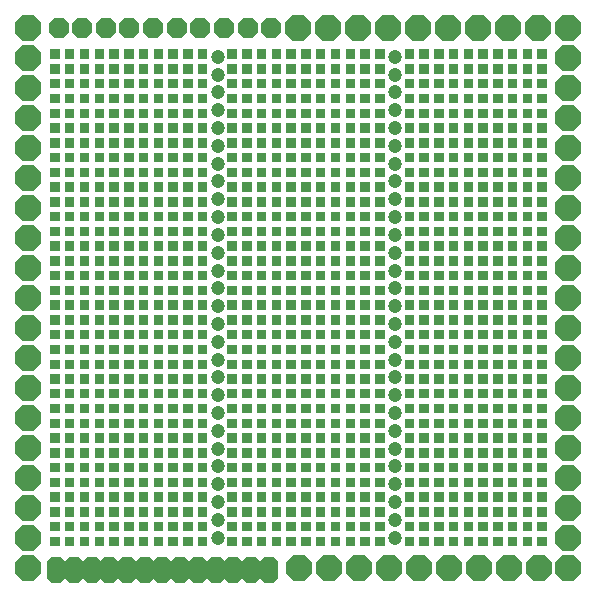
<source format=gts>
G04 Layer_Color=8388736*
%FSLAX44Y44*%
%MOMM*%
G71*
G01*
G75*
%ADD19P,1.8435X8X22.5*%
%ADD20P,2.3847X8X22.5*%
G04:AMPARAMS|DCode=21|XSize=1.5032mm|YSize=2.2032mm|CornerRadius=0mm|HoleSize=0mm|Usage=FLASHONLY|Rotation=0.000|XOffset=0mm|YOffset=0mm|HoleType=Round|Shape=Octagon|*
%AMOCTAGOND21*
4,1,8,-0.3758,1.1016,0.3758,1.1016,0.7516,0.7258,0.7516,-0.7258,0.3758,-1.1016,-0.3758,-1.1016,-0.7516,-0.7258,-0.7516,0.7258,-0.3758,1.1016,0.0*
%
%ADD21OCTAGOND21*%

%ADD22P,2.3847X8X112.5*%
%ADD23C,1.2032*%
G36*
X323000Y177500D02*
X315000D01*
Y185500D01*
X323000D01*
Y177500D01*
D02*
G37*
G36*
X310500D02*
X302500D01*
Y185500D01*
X310500D01*
Y177500D01*
D02*
G37*
G36*
X360500D02*
X352500D01*
Y185500D01*
X360500D01*
Y177500D01*
D02*
G37*
G36*
X348000D02*
X340000D01*
Y185500D01*
X348000D01*
Y177500D01*
D02*
G37*
G36*
X273000D02*
X265000D01*
Y185500D01*
X273000D01*
Y177500D01*
D02*
G37*
G36*
X260500D02*
X252500D01*
Y185500D01*
X260500D01*
Y177500D01*
D02*
G37*
G36*
X298000D02*
X290000D01*
Y185500D01*
X298000D01*
Y177500D01*
D02*
G37*
G36*
X285500D02*
X277500D01*
Y185500D01*
X285500D01*
Y177500D01*
D02*
G37*
G36*
X373000D02*
X365000D01*
Y185500D01*
X373000D01*
Y177500D01*
D02*
G37*
G36*
X448000D02*
X440000D01*
Y185500D01*
X448000D01*
Y177500D01*
D02*
G37*
G36*
X435500D02*
X427500D01*
Y185500D01*
X435500D01*
Y177500D01*
D02*
G37*
G36*
X48000Y177500D02*
X40000D01*
Y185500D01*
X48000D01*
Y177500D01*
D02*
G37*
G36*
X460500Y177500D02*
X452500D01*
Y185500D01*
X460500D01*
Y177500D01*
D02*
G37*
G36*
X398000D02*
X390000D01*
Y185500D01*
X398000D01*
Y177500D01*
D02*
G37*
G36*
X385500D02*
X377500D01*
Y185500D01*
X385500D01*
Y177500D01*
D02*
G37*
G36*
X423000D02*
X415000D01*
Y185500D01*
X423000D01*
Y177500D01*
D02*
G37*
G36*
X410500D02*
X402500D01*
Y185500D01*
X410500D01*
Y177500D01*
D02*
G37*
G36*
X98000Y165000D02*
X90000D01*
Y173000D01*
X98000D01*
Y165000D01*
D02*
G37*
G36*
X85500D02*
X77500D01*
Y173000D01*
X85500D01*
Y165000D01*
D02*
G37*
G36*
X123000D02*
X115000D01*
Y173000D01*
X123000D01*
Y165000D01*
D02*
G37*
G36*
X110500D02*
X102500D01*
Y173000D01*
X110500D01*
Y165000D01*
D02*
G37*
G36*
X48000D02*
X40000D01*
Y173000D01*
X48000D01*
Y165000D01*
D02*
G37*
G36*
X460500Y165000D02*
X452500D01*
Y173000D01*
X460500D01*
Y165000D01*
D02*
G37*
G36*
X73000Y165000D02*
X65000D01*
Y173000D01*
X73000D01*
Y165000D01*
D02*
G37*
G36*
X60500D02*
X52500D01*
Y173000D01*
X60500D01*
Y165000D01*
D02*
G37*
G36*
X135500D02*
X127500D01*
Y173000D01*
X135500D01*
Y165000D01*
D02*
G37*
G36*
X223000Y177500D02*
X215000D01*
Y185500D01*
X223000D01*
Y177500D01*
D02*
G37*
G36*
X210500D02*
X202500D01*
Y185500D01*
X210500D01*
Y177500D01*
D02*
G37*
G36*
X248000D02*
X240000D01*
Y185500D01*
X248000D01*
Y177500D01*
D02*
G37*
G36*
X235500D02*
X227500D01*
Y185500D01*
X235500D01*
Y177500D01*
D02*
G37*
G36*
X160500Y165000D02*
X152500D01*
Y173000D01*
X160500D01*
Y165000D01*
D02*
G37*
G36*
X148000D02*
X140000D01*
Y173000D01*
X148000D01*
Y165000D01*
D02*
G37*
G36*
X198000Y177500D02*
X190000D01*
Y185500D01*
X198000D01*
Y177500D01*
D02*
G37*
G36*
X173000Y165000D02*
X165000D01*
Y173000D01*
X173000D01*
Y165000D01*
D02*
G37*
G36*
X360500Y190000D02*
X352500D01*
Y198000D01*
X360500D01*
Y190000D01*
D02*
G37*
G36*
X348000D02*
X340000D01*
Y198000D01*
X348000D01*
Y190000D01*
D02*
G37*
G36*
X385500D02*
X377500D01*
Y198000D01*
X385500D01*
Y190000D01*
D02*
G37*
G36*
X373000D02*
X365000D01*
Y198000D01*
X373000D01*
Y190000D01*
D02*
G37*
G36*
X298000D02*
X290000D01*
Y198000D01*
X298000D01*
Y190000D01*
D02*
G37*
G36*
X285500D02*
X277500D01*
Y198000D01*
X285500D01*
Y190000D01*
D02*
G37*
G36*
X323000D02*
X315000D01*
Y198000D01*
X323000D01*
Y190000D01*
D02*
G37*
G36*
X310500D02*
X302500D01*
Y198000D01*
X310500D01*
Y190000D01*
D02*
G37*
G36*
X398000D02*
X390000D01*
Y198000D01*
X398000D01*
Y190000D01*
D02*
G37*
G36*
X48000Y190000D02*
X40000D01*
Y198000D01*
X48000D01*
Y190000D01*
D02*
G37*
G36*
X460500Y190000D02*
X452500D01*
Y198000D01*
X460500D01*
Y190000D01*
D02*
G37*
G36*
X73000Y190000D02*
X65000D01*
Y198000D01*
X73000D01*
Y190000D01*
D02*
G37*
G36*
X60500D02*
X52500D01*
Y198000D01*
X60500D01*
Y190000D01*
D02*
G37*
G36*
X423000Y190000D02*
X415000D01*
Y198000D01*
X423000D01*
Y190000D01*
D02*
G37*
G36*
X410500D02*
X402500D01*
Y198000D01*
X410500D01*
Y190000D01*
D02*
G37*
G36*
X448000D02*
X440000D01*
Y198000D01*
X448000D01*
Y190000D01*
D02*
G37*
G36*
X435500D02*
X427500D01*
Y198000D01*
X435500D01*
Y190000D01*
D02*
G37*
G36*
X123000Y177500D02*
X115000D01*
Y185500D01*
X123000D01*
Y177500D01*
D02*
G37*
G36*
X110500D02*
X102500D01*
Y185500D01*
X110500D01*
Y177500D01*
D02*
G37*
G36*
X148000D02*
X140000D01*
Y185500D01*
X148000D01*
Y177500D01*
D02*
G37*
G36*
X135500D02*
X127500D01*
Y185500D01*
X135500D01*
Y177500D01*
D02*
G37*
G36*
X73000D02*
X65000D01*
Y185500D01*
X73000D01*
Y177500D01*
D02*
G37*
G36*
X60500D02*
X52500D01*
Y185500D01*
X60500D01*
Y177500D01*
D02*
G37*
G36*
X98000D02*
X90000D01*
Y185500D01*
X98000D01*
Y177500D01*
D02*
G37*
G36*
X85500D02*
X77500D01*
Y185500D01*
X85500D01*
Y177500D01*
D02*
G37*
G36*
X160500D02*
X152500D01*
Y185500D01*
X160500D01*
Y177500D01*
D02*
G37*
G36*
X248000Y190000D02*
X240000D01*
Y198000D01*
X248000D01*
Y190000D01*
D02*
G37*
G36*
X235500D02*
X227500D01*
Y198000D01*
X235500D01*
Y190000D01*
D02*
G37*
G36*
X273000D02*
X265000D01*
Y198000D01*
X273000D01*
Y190000D01*
D02*
G37*
G36*
X260500D02*
X252500D01*
Y198000D01*
X260500D01*
Y190000D01*
D02*
G37*
G36*
X198000D02*
X190000D01*
Y198000D01*
X198000D01*
Y190000D01*
D02*
G37*
G36*
X173000Y177500D02*
X165000D01*
Y185500D01*
X173000D01*
Y177500D01*
D02*
G37*
G36*
X223000Y190000D02*
X215000D01*
Y198000D01*
X223000D01*
Y190000D01*
D02*
G37*
G36*
X210500D02*
X202500D01*
Y198000D01*
X210500D01*
Y190000D01*
D02*
G37*
G36*
X273000Y152500D02*
X265000D01*
Y160500D01*
X273000D01*
Y152500D01*
D02*
G37*
G36*
X260500D02*
X252500D01*
Y160500D01*
X260500D01*
Y152500D01*
D02*
G37*
G36*
X298000D02*
X290000D01*
Y160500D01*
X298000D01*
Y152500D01*
D02*
G37*
G36*
X285500D02*
X277500D01*
Y160500D01*
X285500D01*
Y152500D01*
D02*
G37*
G36*
X223000D02*
X215000D01*
Y160500D01*
X223000D01*
Y152500D01*
D02*
G37*
G36*
X210500D02*
X202500D01*
Y160500D01*
X210500D01*
Y152500D01*
D02*
G37*
G36*
X248000D02*
X240000D01*
Y160500D01*
X248000D01*
Y152500D01*
D02*
G37*
G36*
X235500D02*
X227500D01*
Y160500D01*
X235500D01*
Y152500D01*
D02*
G37*
G36*
X310500D02*
X302500D01*
Y160500D01*
X310500D01*
Y152500D01*
D02*
G37*
G36*
X398000D02*
X390000D01*
Y160500D01*
X398000D01*
Y152500D01*
D02*
G37*
G36*
X385500D02*
X377500D01*
Y160500D01*
X385500D01*
Y152500D01*
D02*
G37*
G36*
X423000D02*
X415000D01*
Y160500D01*
X423000D01*
Y152500D01*
D02*
G37*
G36*
X410500D02*
X402500D01*
Y160500D01*
X410500D01*
Y152500D01*
D02*
G37*
G36*
X348000D02*
X340000D01*
Y160500D01*
X348000D01*
Y152500D01*
D02*
G37*
G36*
X323000D02*
X315000D01*
Y160500D01*
X323000D01*
Y152500D01*
D02*
G37*
G36*
X373000D02*
X365000D01*
Y160500D01*
X373000D01*
Y152500D01*
D02*
G37*
G36*
X360500D02*
X352500D01*
Y160500D01*
X360500D01*
Y152500D01*
D02*
G37*
G36*
X48000Y140000D02*
X40000D01*
Y148000D01*
X48000D01*
Y140000D01*
D02*
G37*
G36*
X460500Y140000D02*
X452500D01*
Y148000D01*
X460500D01*
Y140000D01*
D02*
G37*
G36*
X73000Y140000D02*
X65000D01*
Y148000D01*
X73000D01*
Y140000D01*
D02*
G37*
G36*
X60500D02*
X52500D01*
Y148000D01*
X60500D01*
Y140000D01*
D02*
G37*
G36*
X423000Y140000D02*
X415000D01*
Y148000D01*
X423000D01*
Y140000D01*
D02*
G37*
G36*
X410500D02*
X402500D01*
Y148000D01*
X410500D01*
Y140000D01*
D02*
G37*
G36*
X448000D02*
X440000D01*
Y148000D01*
X448000D01*
Y140000D01*
D02*
G37*
G36*
X435500D02*
X427500D01*
Y148000D01*
X435500D01*
Y140000D01*
D02*
G37*
G36*
X85500Y140000D02*
X77500D01*
Y148000D01*
X85500D01*
Y140000D01*
D02*
G37*
G36*
X160500D02*
X152500D01*
Y148000D01*
X160500D01*
Y140000D01*
D02*
G37*
G36*
X148000D02*
X140000D01*
Y148000D01*
X148000D01*
Y140000D01*
D02*
G37*
G36*
X198000Y152500D02*
X190000D01*
Y160500D01*
X198000D01*
Y152500D01*
D02*
G37*
G36*
X173000Y140000D02*
X165000D01*
Y148000D01*
X173000D01*
Y140000D01*
D02*
G37*
G36*
X110500D02*
X102500D01*
Y148000D01*
X110500D01*
Y140000D01*
D02*
G37*
G36*
X98000D02*
X90000D01*
Y148000D01*
X98000D01*
Y140000D01*
D02*
G37*
G36*
X135500D02*
X127500D01*
Y148000D01*
X135500D01*
Y140000D01*
D02*
G37*
G36*
X123000D02*
X115000D01*
Y148000D01*
X123000D01*
Y140000D01*
D02*
G37*
G36*
X298000Y165000D02*
X290000D01*
Y173000D01*
X298000D01*
Y165000D01*
D02*
G37*
G36*
X285500D02*
X277500D01*
Y173000D01*
X285500D01*
Y165000D01*
D02*
G37*
G36*
X323000D02*
X315000D01*
Y173000D01*
X323000D01*
Y165000D01*
D02*
G37*
G36*
X310500D02*
X302500D01*
Y173000D01*
X310500D01*
Y165000D01*
D02*
G37*
G36*
X248000D02*
X240000D01*
Y173000D01*
X248000D01*
Y165000D01*
D02*
G37*
G36*
X235500D02*
X227500D01*
Y173000D01*
X235500D01*
Y165000D01*
D02*
G37*
G36*
X273000D02*
X265000D01*
Y173000D01*
X273000D01*
Y165000D01*
D02*
G37*
G36*
X260500D02*
X252500D01*
Y173000D01*
X260500D01*
Y165000D01*
D02*
G37*
G36*
X348000D02*
X340000D01*
Y173000D01*
X348000D01*
Y165000D01*
D02*
G37*
G36*
X423000D02*
X415000D01*
Y173000D01*
X423000D01*
Y165000D01*
D02*
G37*
G36*
X410500D02*
X402500D01*
Y173000D01*
X410500D01*
Y165000D01*
D02*
G37*
G36*
X448000D02*
X440000D01*
Y173000D01*
X448000D01*
Y165000D01*
D02*
G37*
G36*
X435500D02*
X427500D01*
Y173000D01*
X435500D01*
Y165000D01*
D02*
G37*
G36*
X373000D02*
X365000D01*
Y173000D01*
X373000D01*
Y165000D01*
D02*
G37*
G36*
X360500D02*
X352500D01*
Y173000D01*
X360500D01*
Y165000D01*
D02*
G37*
G36*
X398000D02*
X390000D01*
Y173000D01*
X398000D01*
Y165000D01*
D02*
G37*
G36*
X385500D02*
X377500D01*
Y173000D01*
X385500D01*
Y165000D01*
D02*
G37*
G36*
X73000Y152500D02*
X65000D01*
Y160500D01*
X73000D01*
Y152500D01*
D02*
G37*
G36*
X60500D02*
X52500D01*
Y160500D01*
X60500D01*
Y152500D01*
D02*
G37*
G36*
X98000D02*
X90000D01*
Y160500D01*
X98000D01*
Y152500D01*
D02*
G37*
G36*
X85500D02*
X77500D01*
Y160500D01*
X85500D01*
Y152500D01*
D02*
G37*
G36*
X448000Y152500D02*
X440000D01*
Y160500D01*
X448000D01*
Y152500D01*
D02*
G37*
G36*
X435500D02*
X427500D01*
Y160500D01*
X435500D01*
Y152500D01*
D02*
G37*
G36*
X48000Y152500D02*
X40000D01*
Y160500D01*
X48000D01*
Y152500D01*
D02*
G37*
G36*
X460500Y152500D02*
X452500D01*
Y160500D01*
X460500D01*
Y152500D01*
D02*
G37*
G36*
X110500Y152500D02*
X102500D01*
Y160500D01*
X110500D01*
Y152500D01*
D02*
G37*
G36*
X198000Y165000D02*
X190000D01*
Y173000D01*
X198000D01*
Y165000D01*
D02*
G37*
G36*
X173000Y152500D02*
X165000D01*
Y160500D01*
X173000D01*
Y152500D01*
D02*
G37*
G36*
X223000Y165000D02*
X215000D01*
Y173000D01*
X223000D01*
Y165000D01*
D02*
G37*
G36*
X210500D02*
X202500D01*
Y173000D01*
X210500D01*
Y165000D01*
D02*
G37*
G36*
X135500Y152500D02*
X127500D01*
Y160500D01*
X135500D01*
Y152500D01*
D02*
G37*
G36*
X123000D02*
X115000D01*
Y160500D01*
X123000D01*
Y152500D01*
D02*
G37*
G36*
X160500D02*
X152500D01*
Y160500D01*
X160500D01*
Y152500D01*
D02*
G37*
G36*
X148000D02*
X140000D01*
Y160500D01*
X148000D01*
Y152500D01*
D02*
G37*
G36*
X435500Y227500D02*
X427500D01*
Y235500D01*
X435500D01*
Y227500D01*
D02*
G37*
G36*
X423000D02*
X415000D01*
Y235500D01*
X423000D01*
Y227500D01*
D02*
G37*
G36*
X460500D02*
X452500D01*
Y235500D01*
X460500D01*
Y227500D01*
D02*
G37*
G36*
X448000D02*
X440000D01*
Y235500D01*
X448000D01*
Y227500D01*
D02*
G37*
G36*
X385500D02*
X377500D01*
Y235500D01*
X385500D01*
Y227500D01*
D02*
G37*
G36*
X373000D02*
X365000D01*
Y235500D01*
X373000D01*
Y227500D01*
D02*
G37*
G36*
X410500D02*
X402500D01*
Y235500D01*
X410500D01*
Y227500D01*
D02*
G37*
G36*
X398000D02*
X390000D01*
Y235500D01*
X398000D01*
Y227500D01*
D02*
G37*
G36*
X48000Y227500D02*
X40000D01*
Y235500D01*
X48000D01*
Y227500D01*
D02*
G37*
G36*
X123000D02*
X115000D01*
Y235500D01*
X123000D01*
Y227500D01*
D02*
G37*
G36*
X110500D02*
X102500D01*
Y235500D01*
X110500D01*
Y227500D01*
D02*
G37*
G36*
X148000D02*
X140000D01*
Y235500D01*
X148000D01*
Y227500D01*
D02*
G37*
G36*
X135500D02*
X127500D01*
Y235500D01*
X135500D01*
Y227500D01*
D02*
G37*
G36*
X73000D02*
X65000D01*
Y235500D01*
X73000D01*
Y227500D01*
D02*
G37*
G36*
X60500D02*
X52500D01*
Y235500D01*
X60500D01*
Y227500D01*
D02*
G37*
G36*
X98000D02*
X90000D01*
Y235500D01*
X98000D01*
Y227500D01*
D02*
G37*
G36*
X85500D02*
X77500D01*
Y235500D01*
X85500D01*
Y227500D01*
D02*
G37*
G36*
X210500Y227500D02*
X202500D01*
Y235500D01*
X210500D01*
Y227500D01*
D02*
G37*
G36*
X198000D02*
X190000D01*
Y235500D01*
X198000D01*
Y227500D01*
D02*
G37*
G36*
X235500D02*
X227500D01*
Y235500D01*
X235500D01*
Y227500D01*
D02*
G37*
G36*
X223000D02*
X215000D01*
Y235500D01*
X223000D01*
Y227500D01*
D02*
G37*
G36*
X148000Y215000D02*
X140000D01*
Y223000D01*
X148000D01*
Y215000D01*
D02*
G37*
G36*
X135500D02*
X127500D01*
Y223000D01*
X135500D01*
Y215000D01*
D02*
G37*
G36*
X173000D02*
X165000D01*
Y223000D01*
X173000D01*
Y215000D01*
D02*
G37*
G36*
X160500D02*
X152500D01*
Y223000D01*
X160500D01*
Y215000D01*
D02*
G37*
G36*
X248000Y227500D02*
X240000D01*
Y235500D01*
X248000D01*
Y227500D01*
D02*
G37*
G36*
X323000D02*
X315000D01*
Y235500D01*
X323000D01*
Y227500D01*
D02*
G37*
G36*
X310500D02*
X302500D01*
Y235500D01*
X310500D01*
Y227500D01*
D02*
G37*
G36*
X360500D02*
X352500D01*
Y235500D01*
X360500D01*
Y227500D01*
D02*
G37*
G36*
X348000D02*
X340000D01*
Y235500D01*
X348000D01*
Y227500D01*
D02*
G37*
G36*
X273000D02*
X265000D01*
Y235500D01*
X273000D01*
Y227500D01*
D02*
G37*
G36*
X260500D02*
X252500D01*
Y235500D01*
X260500D01*
Y227500D01*
D02*
G37*
G36*
X298000D02*
X290000D01*
Y235500D01*
X298000D01*
Y227500D01*
D02*
G37*
G36*
X285500D02*
X277500D01*
Y235500D01*
X285500D01*
Y227500D01*
D02*
G37*
G36*
X460500Y240000D02*
X452500D01*
Y248000D01*
X460500D01*
Y240000D01*
D02*
G37*
G36*
X448000D02*
X440000D01*
Y248000D01*
X448000D01*
Y240000D01*
D02*
G37*
G36*
X60500Y240000D02*
X52500D01*
Y248000D01*
X60500D01*
Y240000D01*
D02*
G37*
G36*
X48000D02*
X40000D01*
Y248000D01*
X48000D01*
Y240000D01*
D02*
G37*
G36*
X410500Y240000D02*
X402500D01*
Y248000D01*
X410500D01*
Y240000D01*
D02*
G37*
G36*
X398000D02*
X390000D01*
Y248000D01*
X398000D01*
Y240000D01*
D02*
G37*
G36*
X435500D02*
X427500D01*
Y248000D01*
X435500D01*
Y240000D01*
D02*
G37*
G36*
X423000D02*
X415000D01*
Y248000D01*
X423000D01*
Y240000D01*
D02*
G37*
G36*
X73000Y240000D02*
X65000D01*
Y248000D01*
X73000D01*
Y240000D01*
D02*
G37*
G36*
X148000D02*
X140000D01*
Y248000D01*
X148000D01*
Y240000D01*
D02*
G37*
G36*
X135500D02*
X127500D01*
Y248000D01*
X135500D01*
Y240000D01*
D02*
G37*
G36*
X173000D02*
X165000D01*
Y248000D01*
X173000D01*
Y240000D01*
D02*
G37*
G36*
X160500D02*
X152500D01*
Y248000D01*
X160500D01*
Y240000D01*
D02*
G37*
G36*
X98000D02*
X90000D01*
Y248000D01*
X98000D01*
Y240000D01*
D02*
G37*
G36*
X85500D02*
X77500D01*
Y248000D01*
X85500D01*
Y240000D01*
D02*
G37*
G36*
X123000D02*
X115000D01*
Y248000D01*
X123000D01*
Y240000D01*
D02*
G37*
G36*
X110500D02*
X102500D01*
Y248000D01*
X110500D01*
Y240000D01*
D02*
G37*
G36*
X235500Y240000D02*
X227500D01*
Y248000D01*
X235500D01*
Y240000D01*
D02*
G37*
G36*
X223000D02*
X215000D01*
Y248000D01*
X223000D01*
Y240000D01*
D02*
G37*
G36*
X260500D02*
X252500D01*
Y248000D01*
X260500D01*
Y240000D01*
D02*
G37*
G36*
X248000D02*
X240000D01*
Y248000D01*
X248000D01*
Y240000D01*
D02*
G37*
G36*
X173000Y227500D02*
X165000D01*
Y235500D01*
X173000D01*
Y227500D01*
D02*
G37*
G36*
X160500D02*
X152500D01*
Y235500D01*
X160500D01*
Y227500D01*
D02*
G37*
G36*
X210500Y240000D02*
X202500D01*
Y248000D01*
X210500D01*
Y240000D01*
D02*
G37*
G36*
X198000D02*
X190000D01*
Y248000D01*
X198000D01*
Y240000D01*
D02*
G37*
G36*
X273000D02*
X265000D01*
Y248000D01*
X273000D01*
Y240000D01*
D02*
G37*
G36*
X360500D02*
X352500D01*
Y248000D01*
X360500D01*
Y240000D01*
D02*
G37*
G36*
X348000D02*
X340000D01*
Y248000D01*
X348000D01*
Y240000D01*
D02*
G37*
G36*
X385500D02*
X377500D01*
Y248000D01*
X385500D01*
Y240000D01*
D02*
G37*
G36*
X373000D02*
X365000D01*
Y248000D01*
X373000D01*
Y240000D01*
D02*
G37*
G36*
X298000D02*
X290000D01*
Y248000D01*
X298000D01*
Y240000D01*
D02*
G37*
G36*
X285500D02*
X277500D01*
Y248000D01*
X285500D01*
Y240000D01*
D02*
G37*
G36*
X323000D02*
X315000D01*
Y248000D01*
X323000D01*
Y240000D01*
D02*
G37*
G36*
X310500D02*
X302500D01*
Y248000D01*
X310500D01*
Y240000D01*
D02*
G37*
G36*
X385500Y202500D02*
X377500D01*
Y210500D01*
X385500D01*
Y202500D01*
D02*
G37*
G36*
X373000D02*
X365000D01*
Y210500D01*
X373000D01*
Y202500D01*
D02*
G37*
G36*
X410500D02*
X402500D01*
Y210500D01*
X410500D01*
Y202500D01*
D02*
G37*
G36*
X398000D02*
X390000D01*
Y210500D01*
X398000D01*
Y202500D01*
D02*
G37*
G36*
X323000D02*
X315000D01*
Y210500D01*
X323000D01*
Y202500D01*
D02*
G37*
G36*
X310500D02*
X302500D01*
Y210500D01*
X310500D01*
Y202500D01*
D02*
G37*
G36*
X360500D02*
X352500D01*
Y210500D01*
X360500D01*
Y202500D01*
D02*
G37*
G36*
X348000D02*
X340000D01*
Y210500D01*
X348000D01*
Y202500D01*
D02*
G37*
G36*
X423000D02*
X415000D01*
Y210500D01*
X423000D01*
Y202500D01*
D02*
G37*
G36*
X73000Y202500D02*
X65000D01*
Y210500D01*
X73000D01*
Y202500D01*
D02*
G37*
G36*
X60500D02*
X52500D01*
Y210500D01*
X60500D01*
Y202500D01*
D02*
G37*
G36*
X98000D02*
X90000D01*
Y210500D01*
X98000D01*
Y202500D01*
D02*
G37*
G36*
X85500D02*
X77500D01*
Y210500D01*
X85500D01*
Y202500D01*
D02*
G37*
G36*
X448000Y202500D02*
X440000D01*
Y210500D01*
X448000D01*
Y202500D01*
D02*
G37*
G36*
X435500D02*
X427500D01*
Y210500D01*
X435500D01*
Y202500D01*
D02*
G37*
G36*
X48000Y202500D02*
X40000D01*
Y210500D01*
X48000D01*
Y202500D01*
D02*
G37*
G36*
X460500Y202500D02*
X452500D01*
Y210500D01*
X460500D01*
Y202500D01*
D02*
G37*
G36*
X148000Y190000D02*
X140000D01*
Y198000D01*
X148000D01*
Y190000D01*
D02*
G37*
G36*
X135500D02*
X127500D01*
Y198000D01*
X135500D01*
Y190000D01*
D02*
G37*
G36*
X173000D02*
X165000D01*
Y198000D01*
X173000D01*
Y190000D01*
D02*
G37*
G36*
X160500D02*
X152500D01*
Y198000D01*
X160500D01*
Y190000D01*
D02*
G37*
G36*
X98000D02*
X90000D01*
Y198000D01*
X98000D01*
Y190000D01*
D02*
G37*
G36*
X85500D02*
X77500D01*
Y198000D01*
X85500D01*
Y190000D01*
D02*
G37*
G36*
X123000D02*
X115000D01*
Y198000D01*
X123000D01*
Y190000D01*
D02*
G37*
G36*
X110500D02*
X102500D01*
Y198000D01*
X110500D01*
Y190000D01*
D02*
G37*
G36*
X198000Y202500D02*
X190000D01*
Y210500D01*
X198000D01*
Y202500D01*
D02*
G37*
G36*
X273000D02*
X265000D01*
Y210500D01*
X273000D01*
Y202500D01*
D02*
G37*
G36*
X260500D02*
X252500D01*
Y210500D01*
X260500D01*
Y202500D01*
D02*
G37*
G36*
X298000D02*
X290000D01*
Y210500D01*
X298000D01*
Y202500D01*
D02*
G37*
G36*
X285500D02*
X277500D01*
Y210500D01*
X285500D01*
Y202500D01*
D02*
G37*
G36*
X223000D02*
X215000D01*
Y210500D01*
X223000D01*
Y202500D01*
D02*
G37*
G36*
X210500D02*
X202500D01*
Y210500D01*
X210500D01*
Y202500D01*
D02*
G37*
G36*
X248000D02*
X240000D01*
Y210500D01*
X248000D01*
Y202500D01*
D02*
G37*
G36*
X235500D02*
X227500D01*
Y210500D01*
X235500D01*
Y202500D01*
D02*
G37*
G36*
X410500Y215000D02*
X402500D01*
Y223000D01*
X410500D01*
Y215000D01*
D02*
G37*
G36*
X398000D02*
X390000D01*
Y223000D01*
X398000D01*
Y215000D01*
D02*
G37*
G36*
X435500D02*
X427500D01*
Y223000D01*
X435500D01*
Y215000D01*
D02*
G37*
G36*
X423000D02*
X415000D01*
Y223000D01*
X423000D01*
Y215000D01*
D02*
G37*
G36*
X360500D02*
X352500D01*
Y223000D01*
X360500D01*
Y215000D01*
D02*
G37*
G36*
X348000D02*
X340000D01*
Y223000D01*
X348000D01*
Y215000D01*
D02*
G37*
G36*
X385500D02*
X377500D01*
Y223000D01*
X385500D01*
Y215000D01*
D02*
G37*
G36*
X373000D02*
X365000D01*
Y223000D01*
X373000D01*
Y215000D01*
D02*
G37*
G36*
X448000D02*
X440000D01*
Y223000D01*
X448000D01*
Y215000D01*
D02*
G37*
G36*
X98000Y215000D02*
X90000D01*
Y223000D01*
X98000D01*
Y215000D01*
D02*
G37*
G36*
X85500D02*
X77500D01*
Y223000D01*
X85500D01*
Y215000D01*
D02*
G37*
G36*
X123000D02*
X115000D01*
Y223000D01*
X123000D01*
Y215000D01*
D02*
G37*
G36*
X110500D02*
X102500D01*
Y223000D01*
X110500D01*
Y215000D01*
D02*
G37*
G36*
X48000D02*
X40000D01*
Y223000D01*
X48000D01*
Y215000D01*
D02*
G37*
G36*
X460500Y215000D02*
X452500D01*
Y223000D01*
X460500D01*
Y215000D01*
D02*
G37*
G36*
X73000Y215000D02*
X65000D01*
Y223000D01*
X73000D01*
Y215000D01*
D02*
G37*
G36*
X60500D02*
X52500D01*
Y223000D01*
X60500D01*
Y215000D01*
D02*
G37*
G36*
X173000Y202500D02*
X165000D01*
Y210500D01*
X173000D01*
Y202500D01*
D02*
G37*
G36*
X160500D02*
X152500D01*
Y210500D01*
X160500D01*
Y202500D01*
D02*
G37*
G36*
X210500Y215000D02*
X202500D01*
Y223000D01*
X210500D01*
Y215000D01*
D02*
G37*
G36*
X198000D02*
X190000D01*
Y223000D01*
X198000D01*
Y215000D01*
D02*
G37*
G36*
X123000Y202500D02*
X115000D01*
Y210500D01*
X123000D01*
Y202500D01*
D02*
G37*
G36*
X110500D02*
X102500D01*
Y210500D01*
X110500D01*
Y202500D01*
D02*
G37*
G36*
X148000D02*
X140000D01*
Y210500D01*
X148000D01*
Y202500D01*
D02*
G37*
G36*
X135500D02*
X127500D01*
Y210500D01*
X135500D01*
Y202500D01*
D02*
G37*
G36*
X223000Y215000D02*
X215000D01*
Y223000D01*
X223000D01*
Y215000D01*
D02*
G37*
G36*
X298000D02*
X290000D01*
Y223000D01*
X298000D01*
Y215000D01*
D02*
G37*
G36*
X285500D02*
X277500D01*
Y223000D01*
X285500D01*
Y215000D01*
D02*
G37*
G36*
X323000D02*
X315000D01*
Y223000D01*
X323000D01*
Y215000D01*
D02*
G37*
G36*
X310500D02*
X302500D01*
Y223000D01*
X310500D01*
Y215000D01*
D02*
G37*
G36*
X248000D02*
X240000D01*
Y223000D01*
X248000D01*
Y215000D01*
D02*
G37*
G36*
X235500D02*
X227500D01*
Y223000D01*
X235500D01*
Y215000D01*
D02*
G37*
G36*
X273000D02*
X265000D01*
Y223000D01*
X273000D01*
Y215000D01*
D02*
G37*
G36*
X260500D02*
X252500D01*
Y223000D01*
X260500D01*
Y215000D01*
D02*
G37*
G36*
X110500Y65000D02*
X102500D01*
Y73000D01*
X110500D01*
Y65000D01*
D02*
G37*
G36*
X98000D02*
X90000D01*
Y73000D01*
X98000D01*
Y65000D01*
D02*
G37*
G36*
X135500D02*
X127500D01*
Y73000D01*
X135500D01*
Y65000D01*
D02*
G37*
G36*
X123000D02*
X115000D01*
Y73000D01*
X123000D01*
Y65000D01*
D02*
G37*
G36*
X60500D02*
X52500D01*
Y73000D01*
X60500D01*
Y65000D01*
D02*
G37*
G36*
X48000D02*
X40000D01*
Y73000D01*
X48000D01*
Y65000D01*
D02*
G37*
G36*
X85500D02*
X77500D01*
Y73000D01*
X85500D01*
Y65000D01*
D02*
G37*
G36*
X73000D02*
X65000D01*
Y73000D01*
X73000D01*
Y65000D01*
D02*
G37*
G36*
X148000D02*
X140000D01*
Y73000D01*
X148000D01*
Y65000D01*
D02*
G37*
G36*
X235500Y77500D02*
X227500D01*
Y85500D01*
X235500D01*
Y77500D01*
D02*
G37*
G36*
X223000D02*
X215000D01*
Y85500D01*
X223000D01*
Y77500D01*
D02*
G37*
G36*
X260500D02*
X252500D01*
Y85500D01*
X260500D01*
Y77500D01*
D02*
G37*
G36*
X248000D02*
X240000D01*
Y85500D01*
X248000D01*
Y77500D01*
D02*
G37*
G36*
X173000Y65000D02*
X165000D01*
Y73000D01*
X173000D01*
Y65000D01*
D02*
G37*
G36*
X160500D02*
X152500D01*
Y73000D01*
X160500D01*
Y65000D01*
D02*
G37*
G36*
X210500Y77500D02*
X202500D01*
Y85500D01*
X210500D01*
Y77500D01*
D02*
G37*
G36*
X198000D02*
X190000D01*
Y85500D01*
X198000D01*
Y77500D01*
D02*
G37*
G36*
X310500Y65000D02*
X302500D01*
Y73000D01*
X310500D01*
Y65000D01*
D02*
G37*
G36*
X298000D02*
X290000D01*
Y73000D01*
X298000D01*
Y65000D01*
D02*
G37*
G36*
X348000D02*
X340000D01*
Y73000D01*
X348000D01*
Y65000D01*
D02*
G37*
G36*
X323000D02*
X315000D01*
Y73000D01*
X323000D01*
Y65000D01*
D02*
G37*
G36*
X260500D02*
X252500D01*
Y73000D01*
X260500D01*
Y65000D01*
D02*
G37*
G36*
X248000D02*
X240000D01*
Y73000D01*
X248000D01*
Y65000D01*
D02*
G37*
G36*
X285500D02*
X277500D01*
Y73000D01*
X285500D01*
Y65000D01*
D02*
G37*
G36*
X273000D02*
X265000D01*
Y73000D01*
X273000D01*
Y65000D01*
D02*
G37*
G36*
X360500D02*
X352500D01*
Y73000D01*
X360500D01*
Y65000D01*
D02*
G37*
G36*
X435500D02*
X427500D01*
Y73000D01*
X435500D01*
Y65000D01*
D02*
G37*
G36*
X423000D02*
X415000D01*
Y73000D01*
X423000D01*
Y65000D01*
D02*
G37*
G36*
X460500D02*
X452500D01*
Y73000D01*
X460500D01*
Y65000D01*
D02*
G37*
G36*
X448000D02*
X440000D01*
Y73000D01*
X448000D01*
Y65000D01*
D02*
G37*
G36*
X385500D02*
X377500D01*
Y73000D01*
X385500D01*
Y65000D01*
D02*
G37*
G36*
X373000D02*
X365000D01*
Y73000D01*
X373000D01*
Y65000D01*
D02*
G37*
G36*
X410500D02*
X402500D01*
Y73000D01*
X410500D01*
Y65000D01*
D02*
G37*
G36*
X398000D02*
X390000D01*
Y73000D01*
X398000D01*
Y65000D01*
D02*
G37*
G36*
X135500Y77500D02*
X127500D01*
Y85500D01*
X135500D01*
Y77500D01*
D02*
G37*
G36*
X123000D02*
X115000D01*
Y85500D01*
X123000D01*
Y77500D01*
D02*
G37*
G36*
X160500D02*
X152500D01*
Y85500D01*
X160500D01*
Y77500D01*
D02*
G37*
G36*
X148000D02*
X140000D01*
Y85500D01*
X148000D01*
Y77500D01*
D02*
G37*
G36*
X85500D02*
X77500D01*
Y85500D01*
X85500D01*
Y77500D01*
D02*
G37*
G36*
X73000D02*
X65000D01*
Y85500D01*
X73000D01*
Y77500D01*
D02*
G37*
G36*
X110500D02*
X102500D01*
Y85500D01*
X110500D01*
Y77500D01*
D02*
G37*
G36*
X98000D02*
X90000D01*
Y85500D01*
X98000D01*
Y77500D01*
D02*
G37*
G36*
X173000D02*
X165000D01*
Y85500D01*
X173000D01*
Y77500D01*
D02*
G37*
G36*
X260500Y90000D02*
X252500D01*
Y98000D01*
X260500D01*
Y90000D01*
D02*
G37*
G36*
X248000D02*
X240000D01*
Y98000D01*
X248000D01*
Y90000D01*
D02*
G37*
G36*
X285500D02*
X277500D01*
Y98000D01*
X285500D01*
Y90000D01*
D02*
G37*
G36*
X273000D02*
X265000D01*
Y98000D01*
X273000D01*
Y90000D01*
D02*
G37*
G36*
X210500D02*
X202500D01*
Y98000D01*
X210500D01*
Y90000D01*
D02*
G37*
G36*
X198000D02*
X190000D01*
Y98000D01*
X198000D01*
Y90000D01*
D02*
G37*
G36*
X235500D02*
X227500D01*
Y98000D01*
X235500D01*
Y90000D01*
D02*
G37*
G36*
X223000D02*
X215000D01*
Y98000D01*
X223000D01*
Y90000D01*
D02*
G37*
G36*
X348000Y77500D02*
X340000D01*
Y85500D01*
X348000D01*
Y77500D01*
D02*
G37*
G36*
X323000D02*
X315000D01*
Y85500D01*
X323000D01*
Y77500D01*
D02*
G37*
G36*
X373000D02*
X365000D01*
Y85500D01*
X373000D01*
Y77500D01*
D02*
G37*
G36*
X360500D02*
X352500D01*
Y85500D01*
X360500D01*
Y77500D01*
D02*
G37*
G36*
X285500D02*
X277500D01*
Y85500D01*
X285500D01*
Y77500D01*
D02*
G37*
G36*
X273000D02*
X265000D01*
Y85500D01*
X273000D01*
Y77500D01*
D02*
G37*
G36*
X310500D02*
X302500D01*
Y85500D01*
X310500D01*
Y77500D01*
D02*
G37*
G36*
X298000D02*
X290000D01*
Y85500D01*
X298000D01*
Y77500D01*
D02*
G37*
G36*
X385500D02*
X377500D01*
Y85500D01*
X385500D01*
Y77500D01*
D02*
G37*
G36*
X460500D02*
X452500D01*
Y85500D01*
X460500D01*
Y77500D01*
D02*
G37*
G36*
X448000D02*
X440000D01*
Y85500D01*
X448000D01*
Y77500D01*
D02*
G37*
G36*
X60500Y77500D02*
X52500D01*
Y85500D01*
X60500D01*
Y77500D01*
D02*
G37*
G36*
X48000D02*
X40000D01*
Y85500D01*
X48000D01*
Y77500D01*
D02*
G37*
G36*
X410500Y77500D02*
X402500D01*
Y85500D01*
X410500D01*
Y77500D01*
D02*
G37*
G36*
X398000D02*
X390000D01*
Y85500D01*
X398000D01*
Y77500D01*
D02*
G37*
G36*
X435500D02*
X427500D01*
Y85500D01*
X435500D01*
Y77500D01*
D02*
G37*
G36*
X423000D02*
X415000D01*
Y85500D01*
X423000D01*
Y77500D01*
D02*
G37*
G36*
X60500Y40000D02*
X52500D01*
Y48000D01*
X60500D01*
Y40000D01*
D02*
G37*
G36*
X48000D02*
X40000D01*
Y48000D01*
X48000D01*
Y40000D01*
D02*
G37*
G36*
X85500D02*
X77500D01*
Y48000D01*
X85500D01*
Y40000D01*
D02*
G37*
G36*
X73000D02*
X65000D01*
Y48000D01*
X73000D01*
Y40000D01*
D02*
G37*
G36*
X435500Y40000D02*
X427500D01*
Y48000D01*
X435500D01*
Y40000D01*
D02*
G37*
G36*
X423000D02*
X415000D01*
Y48000D01*
X423000D01*
Y40000D01*
D02*
G37*
G36*
X460500D02*
X452500D01*
Y48000D01*
X460500D01*
Y40000D01*
D02*
G37*
G36*
X448000D02*
X440000D01*
Y48000D01*
X448000D01*
Y40000D01*
D02*
G37*
G36*
X98000Y40000D02*
X90000D01*
Y48000D01*
X98000D01*
Y40000D01*
D02*
G37*
G36*
X173000D02*
X165000D01*
Y48000D01*
X173000D01*
Y40000D01*
D02*
G37*
G36*
X160500D02*
X152500D01*
Y48000D01*
X160500D01*
Y40000D01*
D02*
G37*
G36*
X210500Y52500D02*
X202500D01*
Y60500D01*
X210500D01*
Y52500D01*
D02*
G37*
G36*
X198000D02*
X190000D01*
Y60500D01*
X198000D01*
Y52500D01*
D02*
G37*
G36*
X123000Y40000D02*
X115000D01*
Y48000D01*
X123000D01*
Y40000D01*
D02*
G37*
G36*
X110500D02*
X102500D01*
Y48000D01*
X110500D01*
Y40000D01*
D02*
G37*
G36*
X148000D02*
X140000D01*
Y48000D01*
X148000D01*
Y40000D01*
D02*
G37*
G36*
X135500D02*
X127500D01*
Y48000D01*
X135500D01*
Y40000D01*
D02*
G37*
G36*
X260500Y40000D02*
X252500D01*
Y48000D01*
X260500D01*
Y40000D01*
D02*
G37*
G36*
X248000D02*
X240000D01*
Y48000D01*
X248000D01*
Y40000D01*
D02*
G37*
G36*
X285500D02*
X277500D01*
Y48000D01*
X285500D01*
Y40000D01*
D02*
G37*
G36*
X273000D02*
X265000D01*
Y48000D01*
X273000D01*
Y40000D01*
D02*
G37*
G36*
X210500D02*
X202500D01*
Y48000D01*
X210500D01*
Y40000D01*
D02*
G37*
G36*
X198000D02*
X190000D01*
Y48000D01*
X198000D01*
Y40000D01*
D02*
G37*
G36*
X235500D02*
X227500D01*
Y48000D01*
X235500D01*
Y40000D01*
D02*
G37*
G36*
X223000D02*
X215000D01*
Y48000D01*
X223000D01*
Y40000D01*
D02*
G37*
G36*
X298000D02*
X290000D01*
Y48000D01*
X298000D01*
Y40000D01*
D02*
G37*
G36*
X385500D02*
X377500D01*
Y48000D01*
X385500D01*
Y40000D01*
D02*
G37*
G36*
X373000D02*
X365000D01*
Y48000D01*
X373000D01*
Y40000D01*
D02*
G37*
G36*
X410500D02*
X402500D01*
Y48000D01*
X410500D01*
Y40000D01*
D02*
G37*
G36*
X398000D02*
X390000D01*
Y48000D01*
X398000D01*
Y40000D01*
D02*
G37*
G36*
X323000D02*
X315000D01*
Y48000D01*
X323000D01*
Y40000D01*
D02*
G37*
G36*
X310500D02*
X302500D01*
Y48000D01*
X310500D01*
Y40000D01*
D02*
G37*
G36*
X360500D02*
X352500D01*
Y48000D01*
X360500D01*
Y40000D01*
D02*
G37*
G36*
X348000D02*
X340000D01*
Y48000D01*
X348000D01*
Y40000D01*
D02*
G37*
G36*
X85500Y52500D02*
X77500D01*
Y60500D01*
X85500D01*
Y52500D01*
D02*
G37*
G36*
X73000D02*
X65000D01*
Y60500D01*
X73000D01*
Y52500D01*
D02*
G37*
G36*
X110500D02*
X102500D01*
Y60500D01*
X110500D01*
Y52500D01*
D02*
G37*
G36*
X98000D02*
X90000D01*
Y60500D01*
X98000D01*
Y52500D01*
D02*
G37*
G36*
X460500Y52500D02*
X452500D01*
Y60500D01*
X460500D01*
Y52500D01*
D02*
G37*
G36*
X448000D02*
X440000D01*
Y60500D01*
X448000D01*
Y52500D01*
D02*
G37*
G36*
X60500Y52500D02*
X52500D01*
Y60500D01*
X60500D01*
Y52500D01*
D02*
G37*
G36*
X48000D02*
X40000D01*
Y60500D01*
X48000D01*
Y52500D01*
D02*
G37*
G36*
X123000D02*
X115000D01*
Y60500D01*
X123000D01*
Y52500D01*
D02*
G37*
G36*
X210500Y65000D02*
X202500D01*
Y73000D01*
X210500D01*
Y65000D01*
D02*
G37*
G36*
X198000D02*
X190000D01*
Y73000D01*
X198000D01*
Y65000D01*
D02*
G37*
G36*
X235500D02*
X227500D01*
Y73000D01*
X235500D01*
Y65000D01*
D02*
G37*
G36*
X223000D02*
X215000D01*
Y73000D01*
X223000D01*
Y65000D01*
D02*
G37*
G36*
X148000Y52500D02*
X140000D01*
Y60500D01*
X148000D01*
Y52500D01*
D02*
G37*
G36*
X135500D02*
X127500D01*
Y60500D01*
X135500D01*
Y52500D01*
D02*
G37*
G36*
X173000D02*
X165000D01*
Y60500D01*
X173000D01*
Y52500D01*
D02*
G37*
G36*
X160500D02*
X152500D01*
Y60500D01*
X160500D01*
Y52500D01*
D02*
G37*
G36*
X285500Y52500D02*
X277500D01*
Y60500D01*
X285500D01*
Y52500D01*
D02*
G37*
G36*
X273000D02*
X265000D01*
Y60500D01*
X273000D01*
Y52500D01*
D02*
G37*
G36*
X310500D02*
X302500D01*
Y60500D01*
X310500D01*
Y52500D01*
D02*
G37*
G36*
X298000D02*
X290000D01*
Y60500D01*
X298000D01*
Y52500D01*
D02*
G37*
G36*
X235500D02*
X227500D01*
Y60500D01*
X235500D01*
Y52500D01*
D02*
G37*
G36*
X223000D02*
X215000D01*
Y60500D01*
X223000D01*
Y52500D01*
D02*
G37*
G36*
X260500D02*
X252500D01*
Y60500D01*
X260500D01*
Y52500D01*
D02*
G37*
G36*
X248000D02*
X240000D01*
Y60500D01*
X248000D01*
Y52500D01*
D02*
G37*
G36*
X323000D02*
X315000D01*
Y60500D01*
X323000D01*
Y52500D01*
D02*
G37*
G36*
X410500D02*
X402500D01*
Y60500D01*
X410500D01*
Y52500D01*
D02*
G37*
G36*
X398000D02*
X390000D01*
Y60500D01*
X398000D01*
Y52500D01*
D02*
G37*
G36*
X435500D02*
X427500D01*
Y60500D01*
X435500D01*
Y52500D01*
D02*
G37*
G36*
X423000D02*
X415000D01*
Y60500D01*
X423000D01*
Y52500D01*
D02*
G37*
G36*
X360500D02*
X352500D01*
Y60500D01*
X360500D01*
Y52500D01*
D02*
G37*
G36*
X348000D02*
X340000D01*
Y60500D01*
X348000D01*
Y52500D01*
D02*
G37*
G36*
X385500D02*
X377500D01*
Y60500D01*
X385500D01*
Y52500D01*
D02*
G37*
G36*
X373000D02*
X365000D01*
Y60500D01*
X373000D01*
Y52500D01*
D02*
G37*
G36*
X223000Y127500D02*
X215000D01*
Y135500D01*
X223000D01*
Y127500D01*
D02*
G37*
G36*
X210500D02*
X202500D01*
Y135500D01*
X210500D01*
Y127500D01*
D02*
G37*
G36*
X248000D02*
X240000D01*
Y135500D01*
X248000D01*
Y127500D01*
D02*
G37*
G36*
X235500D02*
X227500D01*
Y135500D01*
X235500D01*
Y127500D01*
D02*
G37*
G36*
X160500Y115000D02*
X152500D01*
Y123000D01*
X160500D01*
Y115000D01*
D02*
G37*
G36*
X148000D02*
X140000D01*
Y123000D01*
X148000D01*
Y115000D01*
D02*
G37*
G36*
X198000Y127500D02*
X190000D01*
Y135500D01*
X198000D01*
Y127500D01*
D02*
G37*
G36*
X173000Y115000D02*
X165000D01*
Y123000D01*
X173000D01*
Y115000D01*
D02*
G37*
G36*
X260500Y127500D02*
X252500D01*
Y135500D01*
X260500D01*
Y127500D01*
D02*
G37*
G36*
X348000D02*
X340000D01*
Y135500D01*
X348000D01*
Y127500D01*
D02*
G37*
G36*
X323000D02*
X315000D01*
Y135500D01*
X323000D01*
Y127500D01*
D02*
G37*
G36*
X373000D02*
X365000D01*
Y135500D01*
X373000D01*
Y127500D01*
D02*
G37*
G36*
X360500D02*
X352500D01*
Y135500D01*
X360500D01*
Y127500D01*
D02*
G37*
G36*
X285500D02*
X277500D01*
Y135500D01*
X285500D01*
Y127500D01*
D02*
G37*
G36*
X273000D02*
X265000D01*
Y135500D01*
X273000D01*
Y127500D01*
D02*
G37*
G36*
X310500D02*
X302500D01*
Y135500D01*
X310500D01*
Y127500D01*
D02*
G37*
G36*
X298000D02*
X290000D01*
Y135500D01*
X298000D01*
Y127500D01*
D02*
G37*
G36*
X423000Y115000D02*
X415000D01*
Y123000D01*
X423000D01*
Y115000D01*
D02*
G37*
G36*
X410500D02*
X402500D01*
Y123000D01*
X410500D01*
Y115000D01*
D02*
G37*
G36*
X448000D02*
X440000D01*
Y123000D01*
X448000D01*
Y115000D01*
D02*
G37*
G36*
X435500D02*
X427500D01*
Y123000D01*
X435500D01*
Y115000D01*
D02*
G37*
G36*
X373000D02*
X365000D01*
Y123000D01*
X373000D01*
Y115000D01*
D02*
G37*
G36*
X360500D02*
X352500D01*
Y123000D01*
X360500D01*
Y115000D01*
D02*
G37*
G36*
X398000D02*
X390000D01*
Y123000D01*
X398000D01*
Y115000D01*
D02*
G37*
G36*
X385500D02*
X377500D01*
Y123000D01*
X385500D01*
Y115000D01*
D02*
G37*
G36*
X460500D02*
X452500D01*
Y123000D01*
X460500D01*
Y115000D01*
D02*
G37*
G36*
X110500Y115000D02*
X102500D01*
Y123000D01*
X110500D01*
Y115000D01*
D02*
G37*
G36*
X98000D02*
X90000D01*
Y123000D01*
X98000D01*
Y115000D01*
D02*
G37*
G36*
X135500D02*
X127500D01*
Y123000D01*
X135500D01*
Y115000D01*
D02*
G37*
G36*
X123000D02*
X115000D01*
Y123000D01*
X123000D01*
Y115000D01*
D02*
G37*
G36*
X60500D02*
X52500D01*
Y123000D01*
X60500D01*
Y115000D01*
D02*
G37*
G36*
X48000D02*
X40000D01*
Y123000D01*
X48000D01*
Y115000D01*
D02*
G37*
G36*
X85500D02*
X77500D01*
Y123000D01*
X85500D01*
Y115000D01*
D02*
G37*
G36*
X73000D02*
X65000D01*
Y123000D01*
X73000D01*
Y115000D01*
D02*
G37*
G36*
X248000Y140000D02*
X240000D01*
Y148000D01*
X248000D01*
Y140000D01*
D02*
G37*
G36*
X235500D02*
X227500D01*
Y148000D01*
X235500D01*
Y140000D01*
D02*
G37*
G36*
X273000D02*
X265000D01*
Y148000D01*
X273000D01*
Y140000D01*
D02*
G37*
G36*
X260500D02*
X252500D01*
Y148000D01*
X260500D01*
Y140000D01*
D02*
G37*
G36*
X198000D02*
X190000D01*
Y148000D01*
X198000D01*
Y140000D01*
D02*
G37*
G36*
X173000Y127500D02*
X165000D01*
Y135500D01*
X173000D01*
Y127500D01*
D02*
G37*
G36*
X223000Y140000D02*
X215000D01*
Y148000D01*
X223000D01*
Y140000D01*
D02*
G37*
G36*
X210500D02*
X202500D01*
Y148000D01*
X210500D01*
Y140000D01*
D02*
G37*
G36*
X285500D02*
X277500D01*
Y148000D01*
X285500D01*
Y140000D01*
D02*
G37*
G36*
X373000D02*
X365000D01*
Y148000D01*
X373000D01*
Y140000D01*
D02*
G37*
G36*
X360500D02*
X352500D01*
Y148000D01*
X360500D01*
Y140000D01*
D02*
G37*
G36*
X398000D02*
X390000D01*
Y148000D01*
X398000D01*
Y140000D01*
D02*
G37*
G36*
X385500D02*
X377500D01*
Y148000D01*
X385500D01*
Y140000D01*
D02*
G37*
G36*
X310500D02*
X302500D01*
Y148000D01*
X310500D01*
Y140000D01*
D02*
G37*
G36*
X298000D02*
X290000D01*
Y148000D01*
X298000D01*
Y140000D01*
D02*
G37*
G36*
X348000D02*
X340000D01*
Y148000D01*
X348000D01*
Y140000D01*
D02*
G37*
G36*
X323000D02*
X315000D01*
Y148000D01*
X323000D01*
Y140000D01*
D02*
G37*
G36*
X448000Y127500D02*
X440000D01*
Y135500D01*
X448000D01*
Y127500D01*
D02*
G37*
G36*
X435500D02*
X427500D01*
Y135500D01*
X435500D01*
Y127500D01*
D02*
G37*
G36*
X48000Y127500D02*
X40000D01*
Y135500D01*
X48000D01*
Y127500D01*
D02*
G37*
G36*
X460500Y127500D02*
X452500D01*
Y135500D01*
X460500D01*
Y127500D01*
D02*
G37*
G36*
X398000D02*
X390000D01*
Y135500D01*
X398000D01*
Y127500D01*
D02*
G37*
G36*
X385500D02*
X377500D01*
Y135500D01*
X385500D01*
Y127500D01*
D02*
G37*
G36*
X423000D02*
X415000D01*
Y135500D01*
X423000D01*
Y127500D01*
D02*
G37*
G36*
X410500D02*
X402500D01*
Y135500D01*
X410500D01*
Y127500D01*
D02*
G37*
G36*
X60500Y127500D02*
X52500D01*
Y135500D01*
X60500D01*
Y127500D01*
D02*
G37*
G36*
X135500D02*
X127500D01*
Y135500D01*
X135500D01*
Y127500D01*
D02*
G37*
G36*
X123000D02*
X115000D01*
Y135500D01*
X123000D01*
Y127500D01*
D02*
G37*
G36*
X160500D02*
X152500D01*
Y135500D01*
X160500D01*
Y127500D01*
D02*
G37*
G36*
X148000D02*
X140000D01*
Y135500D01*
X148000D01*
Y127500D01*
D02*
G37*
G36*
X85500D02*
X77500D01*
Y135500D01*
X85500D01*
Y127500D01*
D02*
G37*
G36*
X73000D02*
X65000D01*
Y135500D01*
X73000D01*
Y127500D01*
D02*
G37*
G36*
X110500D02*
X102500D01*
Y135500D01*
X110500D01*
Y127500D01*
D02*
G37*
G36*
X98000D02*
X90000D01*
Y135500D01*
X98000D01*
Y127500D01*
D02*
G37*
G36*
X160500Y90000D02*
X152500D01*
Y98000D01*
X160500D01*
Y90000D01*
D02*
G37*
G36*
X148000D02*
X140000D01*
Y98000D01*
X148000D01*
Y90000D01*
D02*
G37*
G36*
X198000Y102500D02*
X190000D01*
Y110500D01*
X198000D01*
Y102500D01*
D02*
G37*
G36*
X173000Y90000D02*
X165000D01*
Y98000D01*
X173000D01*
Y90000D01*
D02*
G37*
G36*
X110500D02*
X102500D01*
Y98000D01*
X110500D01*
Y90000D01*
D02*
G37*
G36*
X98000D02*
X90000D01*
Y98000D01*
X98000D01*
Y90000D01*
D02*
G37*
G36*
X135500D02*
X127500D01*
Y98000D01*
X135500D01*
Y90000D01*
D02*
G37*
G36*
X123000D02*
X115000D01*
Y98000D01*
X123000D01*
Y90000D01*
D02*
G37*
G36*
X210500Y102500D02*
X202500D01*
Y110500D01*
X210500D01*
Y102500D01*
D02*
G37*
G36*
X285500D02*
X277500D01*
Y110500D01*
X285500D01*
Y102500D01*
D02*
G37*
G36*
X273000D02*
X265000D01*
Y110500D01*
X273000D01*
Y102500D01*
D02*
G37*
G36*
X310500D02*
X302500D01*
Y110500D01*
X310500D01*
Y102500D01*
D02*
G37*
G36*
X298000D02*
X290000D01*
Y110500D01*
X298000D01*
Y102500D01*
D02*
G37*
G36*
X235500D02*
X227500D01*
Y110500D01*
X235500D01*
Y102500D01*
D02*
G37*
G36*
X223000D02*
X215000D01*
Y110500D01*
X223000D01*
Y102500D01*
D02*
G37*
G36*
X260500D02*
X252500D01*
Y110500D01*
X260500D01*
Y102500D01*
D02*
G37*
G36*
X248000D02*
X240000D01*
Y110500D01*
X248000D01*
Y102500D01*
D02*
G37*
G36*
X373000Y90000D02*
X365000D01*
Y98000D01*
X373000D01*
Y90000D01*
D02*
G37*
G36*
X360500D02*
X352500D01*
Y98000D01*
X360500D01*
Y90000D01*
D02*
G37*
G36*
X398000D02*
X390000D01*
Y98000D01*
X398000D01*
Y90000D01*
D02*
G37*
G36*
X385500D02*
X377500D01*
Y98000D01*
X385500D01*
Y90000D01*
D02*
G37*
G36*
X310500D02*
X302500D01*
Y98000D01*
X310500D01*
Y90000D01*
D02*
G37*
G36*
X298000D02*
X290000D01*
Y98000D01*
X298000D01*
Y90000D01*
D02*
G37*
G36*
X348000D02*
X340000D01*
Y98000D01*
X348000D01*
Y90000D01*
D02*
G37*
G36*
X323000D02*
X315000D01*
Y98000D01*
X323000D01*
Y90000D01*
D02*
G37*
G36*
X410500D02*
X402500D01*
Y98000D01*
X410500D01*
Y90000D01*
D02*
G37*
G36*
X60500Y90000D02*
X52500D01*
Y98000D01*
X60500D01*
Y90000D01*
D02*
G37*
G36*
X48000D02*
X40000D01*
Y98000D01*
X48000D01*
Y90000D01*
D02*
G37*
G36*
X85500D02*
X77500D01*
Y98000D01*
X85500D01*
Y90000D01*
D02*
G37*
G36*
X73000D02*
X65000D01*
Y98000D01*
X73000D01*
Y90000D01*
D02*
G37*
G36*
X435500Y90000D02*
X427500D01*
Y98000D01*
X435500D01*
Y90000D01*
D02*
G37*
G36*
X423000D02*
X415000D01*
Y98000D01*
X423000D01*
Y90000D01*
D02*
G37*
G36*
X460500D02*
X452500D01*
Y98000D01*
X460500D01*
Y90000D01*
D02*
G37*
G36*
X448000D02*
X440000D01*
Y98000D01*
X448000D01*
Y90000D01*
D02*
G37*
G36*
X198000Y115000D02*
X190000D01*
Y123000D01*
X198000D01*
Y115000D01*
D02*
G37*
G36*
X173000Y102500D02*
X165000D01*
Y110500D01*
X173000D01*
Y102500D01*
D02*
G37*
G36*
X223000Y115000D02*
X215000D01*
Y123000D01*
X223000D01*
Y115000D01*
D02*
G37*
G36*
X210500D02*
X202500D01*
Y123000D01*
X210500D01*
Y115000D01*
D02*
G37*
G36*
X135500Y102500D02*
X127500D01*
Y110500D01*
X135500D01*
Y102500D01*
D02*
G37*
G36*
X123000D02*
X115000D01*
Y110500D01*
X123000D01*
Y102500D01*
D02*
G37*
G36*
X160500D02*
X152500D01*
Y110500D01*
X160500D01*
Y102500D01*
D02*
G37*
G36*
X148000D02*
X140000D01*
Y110500D01*
X148000D01*
Y102500D01*
D02*
G37*
G36*
X235500Y115000D02*
X227500D01*
Y123000D01*
X235500D01*
Y115000D01*
D02*
G37*
G36*
X310500D02*
X302500D01*
Y123000D01*
X310500D01*
Y115000D01*
D02*
G37*
G36*
X298000D02*
X290000D01*
Y123000D01*
X298000D01*
Y115000D01*
D02*
G37*
G36*
X348000D02*
X340000D01*
Y123000D01*
X348000D01*
Y115000D01*
D02*
G37*
G36*
X323000D02*
X315000D01*
Y123000D01*
X323000D01*
Y115000D01*
D02*
G37*
G36*
X260500D02*
X252500D01*
Y123000D01*
X260500D01*
Y115000D01*
D02*
G37*
G36*
X248000D02*
X240000D01*
Y123000D01*
X248000D01*
Y115000D01*
D02*
G37*
G36*
X285500D02*
X277500D01*
Y123000D01*
X285500D01*
Y115000D01*
D02*
G37*
G36*
X273000D02*
X265000D01*
Y123000D01*
X273000D01*
Y115000D01*
D02*
G37*
G36*
X398000Y102500D02*
X390000D01*
Y110500D01*
X398000D01*
Y102500D01*
D02*
G37*
G36*
X385500D02*
X377500D01*
Y110500D01*
X385500D01*
Y102500D01*
D02*
G37*
G36*
X423000D02*
X415000D01*
Y110500D01*
X423000D01*
Y102500D01*
D02*
G37*
G36*
X410500D02*
X402500D01*
Y110500D01*
X410500D01*
Y102500D01*
D02*
G37*
G36*
X348000D02*
X340000D01*
Y110500D01*
X348000D01*
Y102500D01*
D02*
G37*
G36*
X323000D02*
X315000D01*
Y110500D01*
X323000D01*
Y102500D01*
D02*
G37*
G36*
X373000D02*
X365000D01*
Y110500D01*
X373000D01*
Y102500D01*
D02*
G37*
G36*
X360500D02*
X352500D01*
Y110500D01*
X360500D01*
Y102500D01*
D02*
G37*
G36*
X435500D02*
X427500D01*
Y110500D01*
X435500D01*
Y102500D01*
D02*
G37*
G36*
X85500Y102500D02*
X77500D01*
Y110500D01*
X85500D01*
Y102500D01*
D02*
G37*
G36*
X73000D02*
X65000D01*
Y110500D01*
X73000D01*
Y102500D01*
D02*
G37*
G36*
X110500D02*
X102500D01*
Y110500D01*
X110500D01*
Y102500D01*
D02*
G37*
G36*
X98000D02*
X90000D01*
Y110500D01*
X98000D01*
Y102500D01*
D02*
G37*
G36*
X460500Y102500D02*
X452500D01*
Y110500D01*
X460500D01*
Y102500D01*
D02*
G37*
G36*
X448000D02*
X440000D01*
Y110500D01*
X448000D01*
Y102500D01*
D02*
G37*
G36*
X60500Y102500D02*
X52500D01*
Y110500D01*
X60500D01*
Y102500D01*
D02*
G37*
G36*
X48000D02*
X40000D01*
Y110500D01*
X48000D01*
Y102500D01*
D02*
G37*
G36*
X323000Y390000D02*
X315000D01*
Y398000D01*
X323000D01*
Y390000D01*
D02*
G37*
G36*
X310500D02*
X302500D01*
Y398000D01*
X310500D01*
Y390000D01*
D02*
G37*
G36*
X360500D02*
X352500D01*
Y398000D01*
X360500D01*
Y390000D01*
D02*
G37*
G36*
X348000D02*
X340000D01*
Y398000D01*
X348000D01*
Y390000D01*
D02*
G37*
G36*
X273000D02*
X265000D01*
Y398000D01*
X273000D01*
Y390000D01*
D02*
G37*
G36*
X260500D02*
X252500D01*
Y398000D01*
X260500D01*
Y390000D01*
D02*
G37*
G36*
X298000D02*
X290000D01*
Y398000D01*
X298000D01*
Y390000D01*
D02*
G37*
G36*
X285500D02*
X277500D01*
Y398000D01*
X285500D01*
Y390000D01*
D02*
G37*
G36*
X373000D02*
X365000D01*
Y398000D01*
X373000D01*
Y390000D01*
D02*
G37*
G36*
X448000D02*
X440000D01*
Y398000D01*
X448000D01*
Y390000D01*
D02*
G37*
G36*
X435500D02*
X427500D01*
Y398000D01*
X435500D01*
Y390000D01*
D02*
G37*
G36*
X48000Y390000D02*
X40000D01*
Y398000D01*
X48000D01*
Y390000D01*
D02*
G37*
G36*
X460500Y390000D02*
X452500D01*
Y398000D01*
X460500D01*
Y390000D01*
D02*
G37*
G36*
X398000D02*
X390000D01*
Y398000D01*
X398000D01*
Y390000D01*
D02*
G37*
G36*
X385500D02*
X377500D01*
Y398000D01*
X385500D01*
Y390000D01*
D02*
G37*
G36*
X423000D02*
X415000D01*
Y398000D01*
X423000D01*
Y390000D01*
D02*
G37*
G36*
X410500D02*
X402500D01*
Y398000D01*
X410500D01*
Y390000D01*
D02*
G37*
G36*
X98000Y377500D02*
X90000D01*
Y385500D01*
X98000D01*
Y377500D01*
D02*
G37*
G36*
X85500D02*
X77500D01*
Y385500D01*
X85500D01*
Y377500D01*
D02*
G37*
G36*
X123000D02*
X115000D01*
Y385500D01*
X123000D01*
Y377500D01*
D02*
G37*
G36*
X110500D02*
X102500D01*
Y385500D01*
X110500D01*
Y377500D01*
D02*
G37*
G36*
X48000D02*
X40000D01*
Y385500D01*
X48000D01*
Y377500D01*
D02*
G37*
G36*
X460500Y377500D02*
X452500D01*
Y385500D01*
X460500D01*
Y377500D01*
D02*
G37*
G36*
X73000Y377500D02*
X65000D01*
Y385500D01*
X73000D01*
Y377500D01*
D02*
G37*
G36*
X60500D02*
X52500D01*
Y385500D01*
X60500D01*
Y377500D01*
D02*
G37*
G36*
X135500D02*
X127500D01*
Y385500D01*
X135500D01*
Y377500D01*
D02*
G37*
G36*
X223000Y390000D02*
X215000D01*
Y398000D01*
X223000D01*
Y390000D01*
D02*
G37*
G36*
X210500D02*
X202500D01*
Y398000D01*
X210500D01*
Y390000D01*
D02*
G37*
G36*
X248000D02*
X240000D01*
Y398000D01*
X248000D01*
Y390000D01*
D02*
G37*
G36*
X235500D02*
X227500D01*
Y398000D01*
X235500D01*
Y390000D01*
D02*
G37*
G36*
X160500Y377500D02*
X152500D01*
Y385500D01*
X160500D01*
Y377500D01*
D02*
G37*
G36*
X148000D02*
X140000D01*
Y385500D01*
X148000D01*
Y377500D01*
D02*
G37*
G36*
X198000Y390000D02*
X190000D01*
Y398000D01*
X198000D01*
Y390000D01*
D02*
G37*
G36*
X173000Y377500D02*
X165000D01*
Y385500D01*
X173000D01*
Y377500D01*
D02*
G37*
G36*
X360500Y402500D02*
X352500D01*
Y410500D01*
X360500D01*
Y402500D01*
D02*
G37*
G36*
X348000D02*
X340000D01*
Y410500D01*
X348000D01*
Y402500D01*
D02*
G37*
G36*
X385500D02*
X377500D01*
Y410500D01*
X385500D01*
Y402500D01*
D02*
G37*
G36*
X373000D02*
X365000D01*
Y410500D01*
X373000D01*
Y402500D01*
D02*
G37*
G36*
X298000D02*
X290000D01*
Y410500D01*
X298000D01*
Y402500D01*
D02*
G37*
G36*
X285500D02*
X277500D01*
Y410500D01*
X285500D01*
Y402500D01*
D02*
G37*
G36*
X323000D02*
X315000D01*
Y410500D01*
X323000D01*
Y402500D01*
D02*
G37*
G36*
X310500D02*
X302500D01*
Y410500D01*
X310500D01*
Y402500D01*
D02*
G37*
G36*
X398000D02*
X390000D01*
Y410500D01*
X398000D01*
Y402500D01*
D02*
G37*
G36*
X48000Y402500D02*
X40000D01*
Y410500D01*
X48000D01*
Y402500D01*
D02*
G37*
G36*
X460500Y402500D02*
X452500D01*
Y410500D01*
X460500D01*
Y402500D01*
D02*
G37*
G36*
X73000Y402500D02*
X65000D01*
Y410500D01*
X73000D01*
Y402500D01*
D02*
G37*
G36*
X60500D02*
X52500D01*
Y410500D01*
X60500D01*
Y402500D01*
D02*
G37*
G36*
X423000Y402500D02*
X415000D01*
Y410500D01*
X423000D01*
Y402500D01*
D02*
G37*
G36*
X410500D02*
X402500D01*
Y410500D01*
X410500D01*
Y402500D01*
D02*
G37*
G36*
X448000D02*
X440000D01*
Y410500D01*
X448000D01*
Y402500D01*
D02*
G37*
G36*
X435500D02*
X427500D01*
Y410500D01*
X435500D01*
Y402500D01*
D02*
G37*
G36*
X123000Y390000D02*
X115000D01*
Y398000D01*
X123000D01*
Y390000D01*
D02*
G37*
G36*
X110500D02*
X102500D01*
Y398000D01*
X110500D01*
Y390000D01*
D02*
G37*
G36*
X148000D02*
X140000D01*
Y398000D01*
X148000D01*
Y390000D01*
D02*
G37*
G36*
X135500D02*
X127500D01*
Y398000D01*
X135500D01*
Y390000D01*
D02*
G37*
G36*
X73000D02*
X65000D01*
Y398000D01*
X73000D01*
Y390000D01*
D02*
G37*
G36*
X60500D02*
X52500D01*
Y398000D01*
X60500D01*
Y390000D01*
D02*
G37*
G36*
X98000D02*
X90000D01*
Y398000D01*
X98000D01*
Y390000D01*
D02*
G37*
G36*
X85500D02*
X77500D01*
Y398000D01*
X85500D01*
Y390000D01*
D02*
G37*
G36*
X160500D02*
X152500D01*
Y398000D01*
X160500D01*
Y390000D01*
D02*
G37*
G36*
X248000Y402500D02*
X240000D01*
Y410500D01*
X248000D01*
Y402500D01*
D02*
G37*
G36*
X235500D02*
X227500D01*
Y410500D01*
X235500D01*
Y402500D01*
D02*
G37*
G36*
X273000D02*
X265000D01*
Y410500D01*
X273000D01*
Y402500D01*
D02*
G37*
G36*
X260500D02*
X252500D01*
Y410500D01*
X260500D01*
Y402500D01*
D02*
G37*
G36*
X198000D02*
X190000D01*
Y410500D01*
X198000D01*
Y402500D01*
D02*
G37*
G36*
X173000Y390000D02*
X165000D01*
Y398000D01*
X173000D01*
Y390000D01*
D02*
G37*
G36*
X223000Y402500D02*
X215000D01*
Y410500D01*
X223000D01*
Y402500D01*
D02*
G37*
G36*
X210500D02*
X202500D01*
Y410500D01*
X210500D01*
Y402500D01*
D02*
G37*
G36*
X273000Y365000D02*
X265000D01*
Y373000D01*
X273000D01*
Y365000D01*
D02*
G37*
G36*
X260500D02*
X252500D01*
Y373000D01*
X260500D01*
Y365000D01*
D02*
G37*
G36*
X298000D02*
X290000D01*
Y373000D01*
X298000D01*
Y365000D01*
D02*
G37*
G36*
X285500D02*
X277500D01*
Y373000D01*
X285500D01*
Y365000D01*
D02*
G37*
G36*
X223000D02*
X215000D01*
Y373000D01*
X223000D01*
Y365000D01*
D02*
G37*
G36*
X210500D02*
X202500D01*
Y373000D01*
X210500D01*
Y365000D01*
D02*
G37*
G36*
X248000D02*
X240000D01*
Y373000D01*
X248000D01*
Y365000D01*
D02*
G37*
G36*
X235500D02*
X227500D01*
Y373000D01*
X235500D01*
Y365000D01*
D02*
G37*
G36*
X310500D02*
X302500D01*
Y373000D01*
X310500D01*
Y365000D01*
D02*
G37*
G36*
X398000D02*
X390000D01*
Y373000D01*
X398000D01*
Y365000D01*
D02*
G37*
G36*
X385500D02*
X377500D01*
Y373000D01*
X385500D01*
Y365000D01*
D02*
G37*
G36*
X423000D02*
X415000D01*
Y373000D01*
X423000D01*
Y365000D01*
D02*
G37*
G36*
X410500D02*
X402500D01*
Y373000D01*
X410500D01*
Y365000D01*
D02*
G37*
G36*
X348000D02*
X340000D01*
Y373000D01*
X348000D01*
Y365000D01*
D02*
G37*
G36*
X323000D02*
X315000D01*
Y373000D01*
X323000D01*
Y365000D01*
D02*
G37*
G36*
X373000D02*
X365000D01*
Y373000D01*
X373000D01*
Y365000D01*
D02*
G37*
G36*
X360500D02*
X352500D01*
Y373000D01*
X360500D01*
Y365000D01*
D02*
G37*
G36*
X48000Y352500D02*
X40000D01*
Y360500D01*
X48000D01*
Y352500D01*
D02*
G37*
G36*
X460500Y352500D02*
X452500D01*
Y360500D01*
X460500D01*
Y352500D01*
D02*
G37*
G36*
X73000Y352500D02*
X65000D01*
Y360500D01*
X73000D01*
Y352500D01*
D02*
G37*
G36*
X60500D02*
X52500D01*
Y360500D01*
X60500D01*
Y352500D01*
D02*
G37*
G36*
X423000Y352500D02*
X415000D01*
Y360500D01*
X423000D01*
Y352500D01*
D02*
G37*
G36*
X410500D02*
X402500D01*
Y360500D01*
X410500D01*
Y352500D01*
D02*
G37*
G36*
X448000D02*
X440000D01*
Y360500D01*
X448000D01*
Y352500D01*
D02*
G37*
G36*
X435500D02*
X427500D01*
Y360500D01*
X435500D01*
Y352500D01*
D02*
G37*
G36*
X85500Y352500D02*
X77500D01*
Y360500D01*
X85500D01*
Y352500D01*
D02*
G37*
G36*
X160500D02*
X152500D01*
Y360500D01*
X160500D01*
Y352500D01*
D02*
G37*
G36*
X148000D02*
X140000D01*
Y360500D01*
X148000D01*
Y352500D01*
D02*
G37*
G36*
X198000Y365000D02*
X190000D01*
Y373000D01*
X198000D01*
Y365000D01*
D02*
G37*
G36*
X173000Y352500D02*
X165000D01*
Y360500D01*
X173000D01*
Y352500D01*
D02*
G37*
G36*
X110500D02*
X102500D01*
Y360500D01*
X110500D01*
Y352500D01*
D02*
G37*
G36*
X98000D02*
X90000D01*
Y360500D01*
X98000D01*
Y352500D01*
D02*
G37*
G36*
X135500D02*
X127500D01*
Y360500D01*
X135500D01*
Y352500D01*
D02*
G37*
G36*
X123000D02*
X115000D01*
Y360500D01*
X123000D01*
Y352500D01*
D02*
G37*
G36*
X298000Y377500D02*
X290000D01*
Y385500D01*
X298000D01*
Y377500D01*
D02*
G37*
G36*
X285500D02*
X277500D01*
Y385500D01*
X285500D01*
Y377500D01*
D02*
G37*
G36*
X323000D02*
X315000D01*
Y385500D01*
X323000D01*
Y377500D01*
D02*
G37*
G36*
X310500D02*
X302500D01*
Y385500D01*
X310500D01*
Y377500D01*
D02*
G37*
G36*
X248000D02*
X240000D01*
Y385500D01*
X248000D01*
Y377500D01*
D02*
G37*
G36*
X235500D02*
X227500D01*
Y385500D01*
X235500D01*
Y377500D01*
D02*
G37*
G36*
X273000D02*
X265000D01*
Y385500D01*
X273000D01*
Y377500D01*
D02*
G37*
G36*
X260500D02*
X252500D01*
Y385500D01*
X260500D01*
Y377500D01*
D02*
G37*
G36*
X348000D02*
X340000D01*
Y385500D01*
X348000D01*
Y377500D01*
D02*
G37*
G36*
X423000D02*
X415000D01*
Y385500D01*
X423000D01*
Y377500D01*
D02*
G37*
G36*
X410500D02*
X402500D01*
Y385500D01*
X410500D01*
Y377500D01*
D02*
G37*
G36*
X448000D02*
X440000D01*
Y385500D01*
X448000D01*
Y377500D01*
D02*
G37*
G36*
X435500D02*
X427500D01*
Y385500D01*
X435500D01*
Y377500D01*
D02*
G37*
G36*
X373000D02*
X365000D01*
Y385500D01*
X373000D01*
Y377500D01*
D02*
G37*
G36*
X360500D02*
X352500D01*
Y385500D01*
X360500D01*
Y377500D01*
D02*
G37*
G36*
X398000D02*
X390000D01*
Y385500D01*
X398000D01*
Y377500D01*
D02*
G37*
G36*
X385500D02*
X377500D01*
Y385500D01*
X385500D01*
Y377500D01*
D02*
G37*
G36*
X73000Y365000D02*
X65000D01*
Y373000D01*
X73000D01*
Y365000D01*
D02*
G37*
G36*
X60500D02*
X52500D01*
Y373000D01*
X60500D01*
Y365000D01*
D02*
G37*
G36*
X98000D02*
X90000D01*
Y373000D01*
X98000D01*
Y365000D01*
D02*
G37*
G36*
X85500D02*
X77500D01*
Y373000D01*
X85500D01*
Y365000D01*
D02*
G37*
G36*
X448000Y365000D02*
X440000D01*
Y373000D01*
X448000D01*
Y365000D01*
D02*
G37*
G36*
X435500D02*
X427500D01*
Y373000D01*
X435500D01*
Y365000D01*
D02*
G37*
G36*
X48000Y365000D02*
X40000D01*
Y373000D01*
X48000D01*
Y365000D01*
D02*
G37*
G36*
X460500Y365000D02*
X452500D01*
Y373000D01*
X460500D01*
Y365000D01*
D02*
G37*
G36*
X110500Y365000D02*
X102500D01*
Y373000D01*
X110500D01*
Y365000D01*
D02*
G37*
G36*
X198000Y377500D02*
X190000D01*
Y385500D01*
X198000D01*
Y377500D01*
D02*
G37*
G36*
X173000Y365000D02*
X165000D01*
Y373000D01*
X173000D01*
Y365000D01*
D02*
G37*
G36*
X223000Y377500D02*
X215000D01*
Y385500D01*
X223000D01*
Y377500D01*
D02*
G37*
G36*
X210500D02*
X202500D01*
Y385500D01*
X210500D01*
Y377500D01*
D02*
G37*
G36*
X135500Y365000D02*
X127500D01*
Y373000D01*
X135500D01*
Y365000D01*
D02*
G37*
G36*
X123000D02*
X115000D01*
Y373000D01*
X123000D01*
Y365000D01*
D02*
G37*
G36*
X160500D02*
X152500D01*
Y373000D01*
X160500D01*
Y365000D01*
D02*
G37*
G36*
X148000D02*
X140000D01*
Y373000D01*
X148000D01*
Y365000D01*
D02*
G37*
G36*
X435500Y440000D02*
X427500D01*
Y448000D01*
X435500D01*
Y440000D01*
D02*
G37*
G36*
X423000D02*
X415000D01*
Y448000D01*
X423000D01*
Y440000D01*
D02*
G37*
G36*
X460500D02*
X452500D01*
Y448000D01*
X460500D01*
Y440000D01*
D02*
G37*
G36*
X448000D02*
X440000D01*
Y448000D01*
X448000D01*
Y440000D01*
D02*
G37*
G36*
X385500D02*
X377500D01*
Y448000D01*
X385500D01*
Y440000D01*
D02*
G37*
G36*
X373000D02*
X365000D01*
Y448000D01*
X373000D01*
Y440000D01*
D02*
G37*
G36*
X410500D02*
X402500D01*
Y448000D01*
X410500D01*
Y440000D01*
D02*
G37*
G36*
X398000D02*
X390000D01*
Y448000D01*
X398000D01*
Y440000D01*
D02*
G37*
G36*
X48000Y440000D02*
X40000D01*
Y448000D01*
X48000D01*
Y440000D01*
D02*
G37*
G36*
X123000D02*
X115000D01*
Y448000D01*
X123000D01*
Y440000D01*
D02*
G37*
G36*
X110500D02*
X102500D01*
Y448000D01*
X110500D01*
Y440000D01*
D02*
G37*
G36*
X148000D02*
X140000D01*
Y448000D01*
X148000D01*
Y440000D01*
D02*
G37*
G36*
X135500D02*
X127500D01*
Y448000D01*
X135500D01*
Y440000D01*
D02*
G37*
G36*
X73000D02*
X65000D01*
Y448000D01*
X73000D01*
Y440000D01*
D02*
G37*
G36*
X60500D02*
X52500D01*
Y448000D01*
X60500D01*
Y440000D01*
D02*
G37*
G36*
X98000D02*
X90000D01*
Y448000D01*
X98000D01*
Y440000D01*
D02*
G37*
G36*
X85500D02*
X77500D01*
Y448000D01*
X85500D01*
Y440000D01*
D02*
G37*
G36*
X210500Y440000D02*
X202500D01*
Y448000D01*
X210500D01*
Y440000D01*
D02*
G37*
G36*
X198000D02*
X190000D01*
Y448000D01*
X198000D01*
Y440000D01*
D02*
G37*
G36*
X235500D02*
X227500D01*
Y448000D01*
X235500D01*
Y440000D01*
D02*
G37*
G36*
X223000D02*
X215000D01*
Y448000D01*
X223000D01*
Y440000D01*
D02*
G37*
G36*
X148000Y427500D02*
X140000D01*
Y435500D01*
X148000D01*
Y427500D01*
D02*
G37*
G36*
X135500D02*
X127500D01*
Y435500D01*
X135500D01*
Y427500D01*
D02*
G37*
G36*
X173000D02*
X165000D01*
Y435500D01*
X173000D01*
Y427500D01*
D02*
G37*
G36*
X160500D02*
X152500D01*
Y435500D01*
X160500D01*
Y427500D01*
D02*
G37*
G36*
X248000Y440000D02*
X240000D01*
Y448000D01*
X248000D01*
Y440000D01*
D02*
G37*
G36*
X323000D02*
X315000D01*
Y448000D01*
X323000D01*
Y440000D01*
D02*
G37*
G36*
X310500D02*
X302500D01*
Y448000D01*
X310500D01*
Y440000D01*
D02*
G37*
G36*
X360500D02*
X352500D01*
Y448000D01*
X360500D01*
Y440000D01*
D02*
G37*
G36*
X348000D02*
X340000D01*
Y448000D01*
X348000D01*
Y440000D01*
D02*
G37*
G36*
X273000D02*
X265000D01*
Y448000D01*
X273000D01*
Y440000D01*
D02*
G37*
G36*
X260500D02*
X252500D01*
Y448000D01*
X260500D01*
Y440000D01*
D02*
G37*
G36*
X298000D02*
X290000D01*
Y448000D01*
X298000D01*
Y440000D01*
D02*
G37*
G36*
X285500D02*
X277500D01*
Y448000D01*
X285500D01*
Y440000D01*
D02*
G37*
G36*
X460500Y452500D02*
X452500D01*
Y460500D01*
X460500D01*
Y452500D01*
D02*
G37*
G36*
X448000D02*
X440000D01*
Y460500D01*
X448000D01*
Y452500D01*
D02*
G37*
G36*
X60500Y452500D02*
X52500D01*
Y460500D01*
X60500D01*
Y452500D01*
D02*
G37*
G36*
X48000D02*
X40000D01*
Y460500D01*
X48000D01*
Y452500D01*
D02*
G37*
G36*
X410500Y452500D02*
X402500D01*
Y460500D01*
X410500D01*
Y452500D01*
D02*
G37*
G36*
X398000D02*
X390000D01*
Y460500D01*
X398000D01*
Y452500D01*
D02*
G37*
G36*
X435500D02*
X427500D01*
Y460500D01*
X435500D01*
Y452500D01*
D02*
G37*
G36*
X423000D02*
X415000D01*
Y460500D01*
X423000D01*
Y452500D01*
D02*
G37*
G36*
X73000Y452500D02*
X65000D01*
Y460500D01*
X73000D01*
Y452500D01*
D02*
G37*
G36*
X148000D02*
X140000D01*
Y460500D01*
X148000D01*
Y452500D01*
D02*
G37*
G36*
X135500D02*
X127500D01*
Y460500D01*
X135500D01*
Y452500D01*
D02*
G37*
G36*
X173000D02*
X165000D01*
Y460500D01*
X173000D01*
Y452500D01*
D02*
G37*
G36*
X160500D02*
X152500D01*
Y460500D01*
X160500D01*
Y452500D01*
D02*
G37*
G36*
X98000D02*
X90000D01*
Y460500D01*
X98000D01*
Y452500D01*
D02*
G37*
G36*
X85500D02*
X77500D01*
Y460500D01*
X85500D01*
Y452500D01*
D02*
G37*
G36*
X123000D02*
X115000D01*
Y460500D01*
X123000D01*
Y452500D01*
D02*
G37*
G36*
X110500D02*
X102500D01*
Y460500D01*
X110500D01*
Y452500D01*
D02*
G37*
G36*
X235500Y452500D02*
X227500D01*
Y460500D01*
X235500D01*
Y452500D01*
D02*
G37*
G36*
X223000D02*
X215000D01*
Y460500D01*
X223000D01*
Y452500D01*
D02*
G37*
G36*
X260500D02*
X252500D01*
Y460500D01*
X260500D01*
Y452500D01*
D02*
G37*
G36*
X248000D02*
X240000D01*
Y460500D01*
X248000D01*
Y452500D01*
D02*
G37*
G36*
X173000Y440000D02*
X165000D01*
Y448000D01*
X173000D01*
Y440000D01*
D02*
G37*
G36*
X160500D02*
X152500D01*
Y448000D01*
X160500D01*
Y440000D01*
D02*
G37*
G36*
X210500Y452500D02*
X202500D01*
Y460500D01*
X210500D01*
Y452500D01*
D02*
G37*
G36*
X198000D02*
X190000D01*
Y460500D01*
X198000D01*
Y452500D01*
D02*
G37*
G36*
X273000D02*
X265000D01*
Y460500D01*
X273000D01*
Y452500D01*
D02*
G37*
G36*
X360500D02*
X352500D01*
Y460500D01*
X360500D01*
Y452500D01*
D02*
G37*
G36*
X348000D02*
X340000D01*
Y460500D01*
X348000D01*
Y452500D01*
D02*
G37*
G36*
X385500D02*
X377500D01*
Y460500D01*
X385500D01*
Y452500D01*
D02*
G37*
G36*
X373000D02*
X365000D01*
Y460500D01*
X373000D01*
Y452500D01*
D02*
G37*
G36*
X298000D02*
X290000D01*
Y460500D01*
X298000D01*
Y452500D01*
D02*
G37*
G36*
X285500D02*
X277500D01*
Y460500D01*
X285500D01*
Y452500D01*
D02*
G37*
G36*
X323000D02*
X315000D01*
Y460500D01*
X323000D01*
Y452500D01*
D02*
G37*
G36*
X310500D02*
X302500D01*
Y460500D01*
X310500D01*
Y452500D01*
D02*
G37*
G36*
X385500Y415000D02*
X377500D01*
Y423000D01*
X385500D01*
Y415000D01*
D02*
G37*
G36*
X373000D02*
X365000D01*
Y423000D01*
X373000D01*
Y415000D01*
D02*
G37*
G36*
X410500D02*
X402500D01*
Y423000D01*
X410500D01*
Y415000D01*
D02*
G37*
G36*
X398000D02*
X390000D01*
Y423000D01*
X398000D01*
Y415000D01*
D02*
G37*
G36*
X323000D02*
X315000D01*
Y423000D01*
X323000D01*
Y415000D01*
D02*
G37*
G36*
X310500D02*
X302500D01*
Y423000D01*
X310500D01*
Y415000D01*
D02*
G37*
G36*
X360500D02*
X352500D01*
Y423000D01*
X360500D01*
Y415000D01*
D02*
G37*
G36*
X348000D02*
X340000D01*
Y423000D01*
X348000D01*
Y415000D01*
D02*
G37*
G36*
X423000D02*
X415000D01*
Y423000D01*
X423000D01*
Y415000D01*
D02*
G37*
G36*
X73000Y415000D02*
X65000D01*
Y423000D01*
X73000D01*
Y415000D01*
D02*
G37*
G36*
X60500D02*
X52500D01*
Y423000D01*
X60500D01*
Y415000D01*
D02*
G37*
G36*
X98000D02*
X90000D01*
Y423000D01*
X98000D01*
Y415000D01*
D02*
G37*
G36*
X85500D02*
X77500D01*
Y423000D01*
X85500D01*
Y415000D01*
D02*
G37*
G36*
X448000Y415000D02*
X440000D01*
Y423000D01*
X448000D01*
Y415000D01*
D02*
G37*
G36*
X435500D02*
X427500D01*
Y423000D01*
X435500D01*
Y415000D01*
D02*
G37*
G36*
X48000Y415000D02*
X40000D01*
Y423000D01*
X48000D01*
Y415000D01*
D02*
G37*
G36*
X460500Y415000D02*
X452500D01*
Y423000D01*
X460500D01*
Y415000D01*
D02*
G37*
G36*
X148000Y402500D02*
X140000D01*
Y410500D01*
X148000D01*
Y402500D01*
D02*
G37*
G36*
X135500D02*
X127500D01*
Y410500D01*
X135500D01*
Y402500D01*
D02*
G37*
G36*
X173000D02*
X165000D01*
Y410500D01*
X173000D01*
Y402500D01*
D02*
G37*
G36*
X160500D02*
X152500D01*
Y410500D01*
X160500D01*
Y402500D01*
D02*
G37*
G36*
X98000D02*
X90000D01*
Y410500D01*
X98000D01*
Y402500D01*
D02*
G37*
G36*
X85500D02*
X77500D01*
Y410500D01*
X85500D01*
Y402500D01*
D02*
G37*
G36*
X123000D02*
X115000D01*
Y410500D01*
X123000D01*
Y402500D01*
D02*
G37*
G36*
X110500D02*
X102500D01*
Y410500D01*
X110500D01*
Y402500D01*
D02*
G37*
G36*
X198000Y415000D02*
X190000D01*
Y423000D01*
X198000D01*
Y415000D01*
D02*
G37*
G36*
X273000D02*
X265000D01*
Y423000D01*
X273000D01*
Y415000D01*
D02*
G37*
G36*
X260500D02*
X252500D01*
Y423000D01*
X260500D01*
Y415000D01*
D02*
G37*
G36*
X298000D02*
X290000D01*
Y423000D01*
X298000D01*
Y415000D01*
D02*
G37*
G36*
X285500D02*
X277500D01*
Y423000D01*
X285500D01*
Y415000D01*
D02*
G37*
G36*
X223000D02*
X215000D01*
Y423000D01*
X223000D01*
Y415000D01*
D02*
G37*
G36*
X210500D02*
X202500D01*
Y423000D01*
X210500D01*
Y415000D01*
D02*
G37*
G36*
X248000D02*
X240000D01*
Y423000D01*
X248000D01*
Y415000D01*
D02*
G37*
G36*
X235500D02*
X227500D01*
Y423000D01*
X235500D01*
Y415000D01*
D02*
G37*
G36*
X410500Y427500D02*
X402500D01*
Y435500D01*
X410500D01*
Y427500D01*
D02*
G37*
G36*
X398000D02*
X390000D01*
Y435500D01*
X398000D01*
Y427500D01*
D02*
G37*
G36*
X435500D02*
X427500D01*
Y435500D01*
X435500D01*
Y427500D01*
D02*
G37*
G36*
X423000D02*
X415000D01*
Y435500D01*
X423000D01*
Y427500D01*
D02*
G37*
G36*
X360500D02*
X352500D01*
Y435500D01*
X360500D01*
Y427500D01*
D02*
G37*
G36*
X348000D02*
X340000D01*
Y435500D01*
X348000D01*
Y427500D01*
D02*
G37*
G36*
X385500D02*
X377500D01*
Y435500D01*
X385500D01*
Y427500D01*
D02*
G37*
G36*
X373000D02*
X365000D01*
Y435500D01*
X373000D01*
Y427500D01*
D02*
G37*
G36*
X448000D02*
X440000D01*
Y435500D01*
X448000D01*
Y427500D01*
D02*
G37*
G36*
X98000Y427500D02*
X90000D01*
Y435500D01*
X98000D01*
Y427500D01*
D02*
G37*
G36*
X85500D02*
X77500D01*
Y435500D01*
X85500D01*
Y427500D01*
D02*
G37*
G36*
X123000D02*
X115000D01*
Y435500D01*
X123000D01*
Y427500D01*
D02*
G37*
G36*
X110500D02*
X102500D01*
Y435500D01*
X110500D01*
Y427500D01*
D02*
G37*
G36*
X48000D02*
X40000D01*
Y435500D01*
X48000D01*
Y427500D01*
D02*
G37*
G36*
X460500Y427500D02*
X452500D01*
Y435500D01*
X460500D01*
Y427500D01*
D02*
G37*
G36*
X73000Y427500D02*
X65000D01*
Y435500D01*
X73000D01*
Y427500D01*
D02*
G37*
G36*
X60500D02*
X52500D01*
Y435500D01*
X60500D01*
Y427500D01*
D02*
G37*
G36*
X173000Y415000D02*
X165000D01*
Y423000D01*
X173000D01*
Y415000D01*
D02*
G37*
G36*
X160500D02*
X152500D01*
Y423000D01*
X160500D01*
Y415000D01*
D02*
G37*
G36*
X210500Y427500D02*
X202500D01*
Y435500D01*
X210500D01*
Y427500D01*
D02*
G37*
G36*
X198000D02*
X190000D01*
Y435500D01*
X198000D01*
Y427500D01*
D02*
G37*
G36*
X123000Y415000D02*
X115000D01*
Y423000D01*
X123000D01*
Y415000D01*
D02*
G37*
G36*
X110500D02*
X102500D01*
Y423000D01*
X110500D01*
Y415000D01*
D02*
G37*
G36*
X148000D02*
X140000D01*
Y423000D01*
X148000D01*
Y415000D01*
D02*
G37*
G36*
X135500D02*
X127500D01*
Y423000D01*
X135500D01*
Y415000D01*
D02*
G37*
G36*
X223000Y427500D02*
X215000D01*
Y435500D01*
X223000D01*
Y427500D01*
D02*
G37*
G36*
X298000D02*
X290000D01*
Y435500D01*
X298000D01*
Y427500D01*
D02*
G37*
G36*
X285500D02*
X277500D01*
Y435500D01*
X285500D01*
Y427500D01*
D02*
G37*
G36*
X323000D02*
X315000D01*
Y435500D01*
X323000D01*
Y427500D01*
D02*
G37*
G36*
X310500D02*
X302500D01*
Y435500D01*
X310500D01*
Y427500D01*
D02*
G37*
G36*
X248000D02*
X240000D01*
Y435500D01*
X248000D01*
Y427500D01*
D02*
G37*
G36*
X235500D02*
X227500D01*
Y435500D01*
X235500D01*
Y427500D01*
D02*
G37*
G36*
X273000D02*
X265000D01*
Y435500D01*
X273000D01*
Y427500D01*
D02*
G37*
G36*
X260500D02*
X252500D01*
Y435500D01*
X260500D01*
Y427500D01*
D02*
G37*
G36*
X110500Y277500D02*
X102500D01*
Y285500D01*
X110500D01*
Y277500D01*
D02*
G37*
G36*
X98000D02*
X90000D01*
Y285500D01*
X98000D01*
Y277500D01*
D02*
G37*
G36*
X135500D02*
X127500D01*
Y285500D01*
X135500D01*
Y277500D01*
D02*
G37*
G36*
X123000D02*
X115000D01*
Y285500D01*
X123000D01*
Y277500D01*
D02*
G37*
G36*
X60500D02*
X52500D01*
Y285500D01*
X60500D01*
Y277500D01*
D02*
G37*
G36*
X48000D02*
X40000D01*
Y285500D01*
X48000D01*
Y277500D01*
D02*
G37*
G36*
X85500D02*
X77500D01*
Y285500D01*
X85500D01*
Y277500D01*
D02*
G37*
G36*
X73000D02*
X65000D01*
Y285500D01*
X73000D01*
Y277500D01*
D02*
G37*
G36*
X148000D02*
X140000D01*
Y285500D01*
X148000D01*
Y277500D01*
D02*
G37*
G36*
X235500Y290000D02*
X227500D01*
Y298000D01*
X235500D01*
Y290000D01*
D02*
G37*
G36*
X223000D02*
X215000D01*
Y298000D01*
X223000D01*
Y290000D01*
D02*
G37*
G36*
X260500D02*
X252500D01*
Y298000D01*
X260500D01*
Y290000D01*
D02*
G37*
G36*
X248000D02*
X240000D01*
Y298000D01*
X248000D01*
Y290000D01*
D02*
G37*
G36*
X173000Y277500D02*
X165000D01*
Y285500D01*
X173000D01*
Y277500D01*
D02*
G37*
G36*
X160500D02*
X152500D01*
Y285500D01*
X160500D01*
Y277500D01*
D02*
G37*
G36*
X210500Y290000D02*
X202500D01*
Y298000D01*
X210500D01*
Y290000D01*
D02*
G37*
G36*
X198000D02*
X190000D01*
Y298000D01*
X198000D01*
Y290000D01*
D02*
G37*
G36*
X310500Y277500D02*
X302500D01*
Y285500D01*
X310500D01*
Y277500D01*
D02*
G37*
G36*
X298000D02*
X290000D01*
Y285500D01*
X298000D01*
Y277500D01*
D02*
G37*
G36*
X348000D02*
X340000D01*
Y285500D01*
X348000D01*
Y277500D01*
D02*
G37*
G36*
X323000D02*
X315000D01*
Y285500D01*
X323000D01*
Y277500D01*
D02*
G37*
G36*
X260500D02*
X252500D01*
Y285500D01*
X260500D01*
Y277500D01*
D02*
G37*
G36*
X248000D02*
X240000D01*
Y285500D01*
X248000D01*
Y277500D01*
D02*
G37*
G36*
X285500D02*
X277500D01*
Y285500D01*
X285500D01*
Y277500D01*
D02*
G37*
G36*
X273000D02*
X265000D01*
Y285500D01*
X273000D01*
Y277500D01*
D02*
G37*
G36*
X360500D02*
X352500D01*
Y285500D01*
X360500D01*
Y277500D01*
D02*
G37*
G36*
X435500D02*
X427500D01*
Y285500D01*
X435500D01*
Y277500D01*
D02*
G37*
G36*
X423000D02*
X415000D01*
Y285500D01*
X423000D01*
Y277500D01*
D02*
G37*
G36*
X460500D02*
X452500D01*
Y285500D01*
X460500D01*
Y277500D01*
D02*
G37*
G36*
X448000D02*
X440000D01*
Y285500D01*
X448000D01*
Y277500D01*
D02*
G37*
G36*
X385500D02*
X377500D01*
Y285500D01*
X385500D01*
Y277500D01*
D02*
G37*
G36*
X373000D02*
X365000D01*
Y285500D01*
X373000D01*
Y277500D01*
D02*
G37*
G36*
X410500D02*
X402500D01*
Y285500D01*
X410500D01*
Y277500D01*
D02*
G37*
G36*
X398000D02*
X390000D01*
Y285500D01*
X398000D01*
Y277500D01*
D02*
G37*
G36*
X135500Y290000D02*
X127500D01*
Y298000D01*
X135500D01*
Y290000D01*
D02*
G37*
G36*
X123000D02*
X115000D01*
Y298000D01*
X123000D01*
Y290000D01*
D02*
G37*
G36*
X160500D02*
X152500D01*
Y298000D01*
X160500D01*
Y290000D01*
D02*
G37*
G36*
X148000D02*
X140000D01*
Y298000D01*
X148000D01*
Y290000D01*
D02*
G37*
G36*
X85500D02*
X77500D01*
Y298000D01*
X85500D01*
Y290000D01*
D02*
G37*
G36*
X73000D02*
X65000D01*
Y298000D01*
X73000D01*
Y290000D01*
D02*
G37*
G36*
X110500D02*
X102500D01*
Y298000D01*
X110500D01*
Y290000D01*
D02*
G37*
G36*
X98000D02*
X90000D01*
Y298000D01*
X98000D01*
Y290000D01*
D02*
G37*
G36*
X173000D02*
X165000D01*
Y298000D01*
X173000D01*
Y290000D01*
D02*
G37*
G36*
X260500Y302500D02*
X252500D01*
Y310500D01*
X260500D01*
Y302500D01*
D02*
G37*
G36*
X248000D02*
X240000D01*
Y310500D01*
X248000D01*
Y302500D01*
D02*
G37*
G36*
X285500D02*
X277500D01*
Y310500D01*
X285500D01*
Y302500D01*
D02*
G37*
G36*
X273000D02*
X265000D01*
Y310500D01*
X273000D01*
Y302500D01*
D02*
G37*
G36*
X210500D02*
X202500D01*
Y310500D01*
X210500D01*
Y302500D01*
D02*
G37*
G36*
X198000D02*
X190000D01*
Y310500D01*
X198000D01*
Y302500D01*
D02*
G37*
G36*
X235500D02*
X227500D01*
Y310500D01*
X235500D01*
Y302500D01*
D02*
G37*
G36*
X223000D02*
X215000D01*
Y310500D01*
X223000D01*
Y302500D01*
D02*
G37*
G36*
X348000Y290000D02*
X340000D01*
Y298000D01*
X348000D01*
Y290000D01*
D02*
G37*
G36*
X323000D02*
X315000D01*
Y298000D01*
X323000D01*
Y290000D01*
D02*
G37*
G36*
X373000D02*
X365000D01*
Y298000D01*
X373000D01*
Y290000D01*
D02*
G37*
G36*
X360500D02*
X352500D01*
Y298000D01*
X360500D01*
Y290000D01*
D02*
G37*
G36*
X285500D02*
X277500D01*
Y298000D01*
X285500D01*
Y290000D01*
D02*
G37*
G36*
X273000D02*
X265000D01*
Y298000D01*
X273000D01*
Y290000D01*
D02*
G37*
G36*
X310500D02*
X302500D01*
Y298000D01*
X310500D01*
Y290000D01*
D02*
G37*
G36*
X298000D02*
X290000D01*
Y298000D01*
X298000D01*
Y290000D01*
D02*
G37*
G36*
X385500D02*
X377500D01*
Y298000D01*
X385500D01*
Y290000D01*
D02*
G37*
G36*
X460500D02*
X452500D01*
Y298000D01*
X460500D01*
Y290000D01*
D02*
G37*
G36*
X448000D02*
X440000D01*
Y298000D01*
X448000D01*
Y290000D01*
D02*
G37*
G36*
X60500Y290000D02*
X52500D01*
Y298000D01*
X60500D01*
Y290000D01*
D02*
G37*
G36*
X48000D02*
X40000D01*
Y298000D01*
X48000D01*
Y290000D01*
D02*
G37*
G36*
X410500Y290000D02*
X402500D01*
Y298000D01*
X410500D01*
Y290000D01*
D02*
G37*
G36*
X398000D02*
X390000D01*
Y298000D01*
X398000D01*
Y290000D01*
D02*
G37*
G36*
X435500D02*
X427500D01*
Y298000D01*
X435500D01*
Y290000D01*
D02*
G37*
G36*
X423000D02*
X415000D01*
Y298000D01*
X423000D01*
Y290000D01*
D02*
G37*
G36*
X60500Y252500D02*
X52500D01*
Y260500D01*
X60500D01*
Y252500D01*
D02*
G37*
G36*
X48000D02*
X40000D01*
Y260500D01*
X48000D01*
Y252500D01*
D02*
G37*
G36*
X85500D02*
X77500D01*
Y260500D01*
X85500D01*
Y252500D01*
D02*
G37*
G36*
X73000D02*
X65000D01*
Y260500D01*
X73000D01*
Y252500D01*
D02*
G37*
G36*
X435500Y252500D02*
X427500D01*
Y260500D01*
X435500D01*
Y252500D01*
D02*
G37*
G36*
X423000D02*
X415000D01*
Y260500D01*
X423000D01*
Y252500D01*
D02*
G37*
G36*
X460500D02*
X452500D01*
Y260500D01*
X460500D01*
Y252500D01*
D02*
G37*
G36*
X448000D02*
X440000D01*
Y260500D01*
X448000D01*
Y252500D01*
D02*
G37*
G36*
X98000Y252500D02*
X90000D01*
Y260500D01*
X98000D01*
Y252500D01*
D02*
G37*
G36*
X173000D02*
X165000D01*
Y260500D01*
X173000D01*
Y252500D01*
D02*
G37*
G36*
X160500D02*
X152500D01*
Y260500D01*
X160500D01*
Y252500D01*
D02*
G37*
G36*
X210500Y265000D02*
X202500D01*
Y273000D01*
X210500D01*
Y265000D01*
D02*
G37*
G36*
X198000D02*
X190000D01*
Y273000D01*
X198000D01*
Y265000D01*
D02*
G37*
G36*
X123000Y252500D02*
X115000D01*
Y260500D01*
X123000D01*
Y252500D01*
D02*
G37*
G36*
X110500D02*
X102500D01*
Y260500D01*
X110500D01*
Y252500D01*
D02*
G37*
G36*
X148000D02*
X140000D01*
Y260500D01*
X148000D01*
Y252500D01*
D02*
G37*
G36*
X135500D02*
X127500D01*
Y260500D01*
X135500D01*
Y252500D01*
D02*
G37*
G36*
X260500Y252500D02*
X252500D01*
Y260500D01*
X260500D01*
Y252500D01*
D02*
G37*
G36*
X248000D02*
X240000D01*
Y260500D01*
X248000D01*
Y252500D01*
D02*
G37*
G36*
X285500D02*
X277500D01*
Y260500D01*
X285500D01*
Y252500D01*
D02*
G37*
G36*
X273000D02*
X265000D01*
Y260500D01*
X273000D01*
Y252500D01*
D02*
G37*
G36*
X210500D02*
X202500D01*
Y260500D01*
X210500D01*
Y252500D01*
D02*
G37*
G36*
X198000D02*
X190000D01*
Y260500D01*
X198000D01*
Y252500D01*
D02*
G37*
G36*
X235500D02*
X227500D01*
Y260500D01*
X235500D01*
Y252500D01*
D02*
G37*
G36*
X223000D02*
X215000D01*
Y260500D01*
X223000D01*
Y252500D01*
D02*
G37*
G36*
X298000D02*
X290000D01*
Y260500D01*
X298000D01*
Y252500D01*
D02*
G37*
G36*
X385500D02*
X377500D01*
Y260500D01*
X385500D01*
Y252500D01*
D02*
G37*
G36*
X373000D02*
X365000D01*
Y260500D01*
X373000D01*
Y252500D01*
D02*
G37*
G36*
X410500D02*
X402500D01*
Y260500D01*
X410500D01*
Y252500D01*
D02*
G37*
G36*
X398000D02*
X390000D01*
Y260500D01*
X398000D01*
Y252500D01*
D02*
G37*
G36*
X323000D02*
X315000D01*
Y260500D01*
X323000D01*
Y252500D01*
D02*
G37*
G36*
X310500D02*
X302500D01*
Y260500D01*
X310500D01*
Y252500D01*
D02*
G37*
G36*
X360500D02*
X352500D01*
Y260500D01*
X360500D01*
Y252500D01*
D02*
G37*
G36*
X348000D02*
X340000D01*
Y260500D01*
X348000D01*
Y252500D01*
D02*
G37*
G36*
X85500Y265000D02*
X77500D01*
Y273000D01*
X85500D01*
Y265000D01*
D02*
G37*
G36*
X73000D02*
X65000D01*
Y273000D01*
X73000D01*
Y265000D01*
D02*
G37*
G36*
X110500D02*
X102500D01*
Y273000D01*
X110500D01*
Y265000D01*
D02*
G37*
G36*
X98000D02*
X90000D01*
Y273000D01*
X98000D01*
Y265000D01*
D02*
G37*
G36*
X460500Y265000D02*
X452500D01*
Y273000D01*
X460500D01*
Y265000D01*
D02*
G37*
G36*
X448000D02*
X440000D01*
Y273000D01*
X448000D01*
Y265000D01*
D02*
G37*
G36*
X60500Y265000D02*
X52500D01*
Y273000D01*
X60500D01*
Y265000D01*
D02*
G37*
G36*
X48000D02*
X40000D01*
Y273000D01*
X48000D01*
Y265000D01*
D02*
G37*
G36*
X123000D02*
X115000D01*
Y273000D01*
X123000D01*
Y265000D01*
D02*
G37*
G36*
X210500Y277500D02*
X202500D01*
Y285500D01*
X210500D01*
Y277500D01*
D02*
G37*
G36*
X198000D02*
X190000D01*
Y285500D01*
X198000D01*
Y277500D01*
D02*
G37*
G36*
X235500D02*
X227500D01*
Y285500D01*
X235500D01*
Y277500D01*
D02*
G37*
G36*
X223000D02*
X215000D01*
Y285500D01*
X223000D01*
Y277500D01*
D02*
G37*
G36*
X148000Y265000D02*
X140000D01*
Y273000D01*
X148000D01*
Y265000D01*
D02*
G37*
G36*
X135500D02*
X127500D01*
Y273000D01*
X135500D01*
Y265000D01*
D02*
G37*
G36*
X173000D02*
X165000D01*
Y273000D01*
X173000D01*
Y265000D01*
D02*
G37*
G36*
X160500D02*
X152500D01*
Y273000D01*
X160500D01*
Y265000D01*
D02*
G37*
G36*
X285500Y265000D02*
X277500D01*
Y273000D01*
X285500D01*
Y265000D01*
D02*
G37*
G36*
X273000D02*
X265000D01*
Y273000D01*
X273000D01*
Y265000D01*
D02*
G37*
G36*
X310500D02*
X302500D01*
Y273000D01*
X310500D01*
Y265000D01*
D02*
G37*
G36*
X298000D02*
X290000D01*
Y273000D01*
X298000D01*
Y265000D01*
D02*
G37*
G36*
X235500D02*
X227500D01*
Y273000D01*
X235500D01*
Y265000D01*
D02*
G37*
G36*
X223000D02*
X215000D01*
Y273000D01*
X223000D01*
Y265000D01*
D02*
G37*
G36*
X260500D02*
X252500D01*
Y273000D01*
X260500D01*
Y265000D01*
D02*
G37*
G36*
X248000D02*
X240000D01*
Y273000D01*
X248000D01*
Y265000D01*
D02*
G37*
G36*
X323000D02*
X315000D01*
Y273000D01*
X323000D01*
Y265000D01*
D02*
G37*
G36*
X410500D02*
X402500D01*
Y273000D01*
X410500D01*
Y265000D01*
D02*
G37*
G36*
X398000D02*
X390000D01*
Y273000D01*
X398000D01*
Y265000D01*
D02*
G37*
G36*
X435500D02*
X427500D01*
Y273000D01*
X435500D01*
Y265000D01*
D02*
G37*
G36*
X423000D02*
X415000D01*
Y273000D01*
X423000D01*
Y265000D01*
D02*
G37*
G36*
X360500D02*
X352500D01*
Y273000D01*
X360500D01*
Y265000D01*
D02*
G37*
G36*
X348000D02*
X340000D01*
Y273000D01*
X348000D01*
Y265000D01*
D02*
G37*
G36*
X385500D02*
X377500D01*
Y273000D01*
X385500D01*
Y265000D01*
D02*
G37*
G36*
X373000D02*
X365000D01*
Y273000D01*
X373000D01*
Y265000D01*
D02*
G37*
G36*
X223000Y340000D02*
X215000D01*
Y348000D01*
X223000D01*
Y340000D01*
D02*
G37*
G36*
X210500D02*
X202500D01*
Y348000D01*
X210500D01*
Y340000D01*
D02*
G37*
G36*
X248000D02*
X240000D01*
Y348000D01*
X248000D01*
Y340000D01*
D02*
G37*
G36*
X235500D02*
X227500D01*
Y348000D01*
X235500D01*
Y340000D01*
D02*
G37*
G36*
X160500Y327500D02*
X152500D01*
Y335500D01*
X160500D01*
Y327500D01*
D02*
G37*
G36*
X148000D02*
X140000D01*
Y335500D01*
X148000D01*
Y327500D01*
D02*
G37*
G36*
X198000Y340000D02*
X190000D01*
Y348000D01*
X198000D01*
Y340000D01*
D02*
G37*
G36*
X173000Y327500D02*
X165000D01*
Y335500D01*
X173000D01*
Y327500D01*
D02*
G37*
G36*
X260500Y340000D02*
X252500D01*
Y348000D01*
X260500D01*
Y340000D01*
D02*
G37*
G36*
X348000D02*
X340000D01*
Y348000D01*
X348000D01*
Y340000D01*
D02*
G37*
G36*
X323000D02*
X315000D01*
Y348000D01*
X323000D01*
Y340000D01*
D02*
G37*
G36*
X373000D02*
X365000D01*
Y348000D01*
X373000D01*
Y340000D01*
D02*
G37*
G36*
X360500D02*
X352500D01*
Y348000D01*
X360500D01*
Y340000D01*
D02*
G37*
G36*
X285500D02*
X277500D01*
Y348000D01*
X285500D01*
Y340000D01*
D02*
G37*
G36*
X273000D02*
X265000D01*
Y348000D01*
X273000D01*
Y340000D01*
D02*
G37*
G36*
X310500D02*
X302500D01*
Y348000D01*
X310500D01*
Y340000D01*
D02*
G37*
G36*
X298000D02*
X290000D01*
Y348000D01*
X298000D01*
Y340000D01*
D02*
G37*
G36*
X423000Y327500D02*
X415000D01*
Y335500D01*
X423000D01*
Y327500D01*
D02*
G37*
G36*
X410500D02*
X402500D01*
Y335500D01*
X410500D01*
Y327500D01*
D02*
G37*
G36*
X448000D02*
X440000D01*
Y335500D01*
X448000D01*
Y327500D01*
D02*
G37*
G36*
X435500D02*
X427500D01*
Y335500D01*
X435500D01*
Y327500D01*
D02*
G37*
G36*
X373000D02*
X365000D01*
Y335500D01*
X373000D01*
Y327500D01*
D02*
G37*
G36*
X360500D02*
X352500D01*
Y335500D01*
X360500D01*
Y327500D01*
D02*
G37*
G36*
X398000D02*
X390000D01*
Y335500D01*
X398000D01*
Y327500D01*
D02*
G37*
G36*
X385500D02*
X377500D01*
Y335500D01*
X385500D01*
Y327500D01*
D02*
G37*
G36*
X460500D02*
X452500D01*
Y335500D01*
X460500D01*
Y327500D01*
D02*
G37*
G36*
X110500Y327500D02*
X102500D01*
Y335500D01*
X110500D01*
Y327500D01*
D02*
G37*
G36*
X98000D02*
X90000D01*
Y335500D01*
X98000D01*
Y327500D01*
D02*
G37*
G36*
X135500D02*
X127500D01*
Y335500D01*
X135500D01*
Y327500D01*
D02*
G37*
G36*
X123000D02*
X115000D01*
Y335500D01*
X123000D01*
Y327500D01*
D02*
G37*
G36*
X60500D02*
X52500D01*
Y335500D01*
X60500D01*
Y327500D01*
D02*
G37*
G36*
X48000D02*
X40000D01*
Y335500D01*
X48000D01*
Y327500D01*
D02*
G37*
G36*
X85500D02*
X77500D01*
Y335500D01*
X85500D01*
Y327500D01*
D02*
G37*
G36*
X73000D02*
X65000D01*
Y335500D01*
X73000D01*
Y327500D01*
D02*
G37*
G36*
X248000Y352500D02*
X240000D01*
Y360500D01*
X248000D01*
Y352500D01*
D02*
G37*
G36*
X235500D02*
X227500D01*
Y360500D01*
X235500D01*
Y352500D01*
D02*
G37*
G36*
X273000D02*
X265000D01*
Y360500D01*
X273000D01*
Y352500D01*
D02*
G37*
G36*
X260500D02*
X252500D01*
Y360500D01*
X260500D01*
Y352500D01*
D02*
G37*
G36*
X198000D02*
X190000D01*
Y360500D01*
X198000D01*
Y352500D01*
D02*
G37*
G36*
X173000Y340000D02*
X165000D01*
Y348000D01*
X173000D01*
Y340000D01*
D02*
G37*
G36*
X223000Y352500D02*
X215000D01*
Y360500D01*
X223000D01*
Y352500D01*
D02*
G37*
G36*
X210500D02*
X202500D01*
Y360500D01*
X210500D01*
Y352500D01*
D02*
G37*
G36*
X285500D02*
X277500D01*
Y360500D01*
X285500D01*
Y352500D01*
D02*
G37*
G36*
X373000D02*
X365000D01*
Y360500D01*
X373000D01*
Y352500D01*
D02*
G37*
G36*
X360500D02*
X352500D01*
Y360500D01*
X360500D01*
Y352500D01*
D02*
G37*
G36*
X398000D02*
X390000D01*
Y360500D01*
X398000D01*
Y352500D01*
D02*
G37*
G36*
X385500D02*
X377500D01*
Y360500D01*
X385500D01*
Y352500D01*
D02*
G37*
G36*
X310500D02*
X302500D01*
Y360500D01*
X310500D01*
Y352500D01*
D02*
G37*
G36*
X298000D02*
X290000D01*
Y360500D01*
X298000D01*
Y352500D01*
D02*
G37*
G36*
X348000D02*
X340000D01*
Y360500D01*
X348000D01*
Y352500D01*
D02*
G37*
G36*
X323000D02*
X315000D01*
Y360500D01*
X323000D01*
Y352500D01*
D02*
G37*
G36*
X448000Y340000D02*
X440000D01*
Y348000D01*
X448000D01*
Y340000D01*
D02*
G37*
G36*
X435500D02*
X427500D01*
Y348000D01*
X435500D01*
Y340000D01*
D02*
G37*
G36*
X48000Y340000D02*
X40000D01*
Y348000D01*
X48000D01*
Y340000D01*
D02*
G37*
G36*
X460500Y340000D02*
X452500D01*
Y348000D01*
X460500D01*
Y340000D01*
D02*
G37*
G36*
X398000D02*
X390000D01*
Y348000D01*
X398000D01*
Y340000D01*
D02*
G37*
G36*
X385500D02*
X377500D01*
Y348000D01*
X385500D01*
Y340000D01*
D02*
G37*
G36*
X423000D02*
X415000D01*
Y348000D01*
X423000D01*
Y340000D01*
D02*
G37*
G36*
X410500D02*
X402500D01*
Y348000D01*
X410500D01*
Y340000D01*
D02*
G37*
G36*
X60500Y340000D02*
X52500D01*
Y348000D01*
X60500D01*
Y340000D01*
D02*
G37*
G36*
X135500D02*
X127500D01*
Y348000D01*
X135500D01*
Y340000D01*
D02*
G37*
G36*
X123000D02*
X115000D01*
Y348000D01*
X123000D01*
Y340000D01*
D02*
G37*
G36*
X160500D02*
X152500D01*
Y348000D01*
X160500D01*
Y340000D01*
D02*
G37*
G36*
X148000D02*
X140000D01*
Y348000D01*
X148000D01*
Y340000D01*
D02*
G37*
G36*
X85500D02*
X77500D01*
Y348000D01*
X85500D01*
Y340000D01*
D02*
G37*
G36*
X73000D02*
X65000D01*
Y348000D01*
X73000D01*
Y340000D01*
D02*
G37*
G36*
X110500D02*
X102500D01*
Y348000D01*
X110500D01*
Y340000D01*
D02*
G37*
G36*
X98000D02*
X90000D01*
Y348000D01*
X98000D01*
Y340000D01*
D02*
G37*
G36*
X160500Y302500D02*
X152500D01*
Y310500D01*
X160500D01*
Y302500D01*
D02*
G37*
G36*
X148000D02*
X140000D01*
Y310500D01*
X148000D01*
Y302500D01*
D02*
G37*
G36*
X198000Y315000D02*
X190000D01*
Y323000D01*
X198000D01*
Y315000D01*
D02*
G37*
G36*
X173000Y302500D02*
X165000D01*
Y310500D01*
X173000D01*
Y302500D01*
D02*
G37*
G36*
X110500D02*
X102500D01*
Y310500D01*
X110500D01*
Y302500D01*
D02*
G37*
G36*
X98000D02*
X90000D01*
Y310500D01*
X98000D01*
Y302500D01*
D02*
G37*
G36*
X135500D02*
X127500D01*
Y310500D01*
X135500D01*
Y302500D01*
D02*
G37*
G36*
X123000D02*
X115000D01*
Y310500D01*
X123000D01*
Y302500D01*
D02*
G37*
G36*
X210500Y315000D02*
X202500D01*
Y323000D01*
X210500D01*
Y315000D01*
D02*
G37*
G36*
X285500D02*
X277500D01*
Y323000D01*
X285500D01*
Y315000D01*
D02*
G37*
G36*
X273000D02*
X265000D01*
Y323000D01*
X273000D01*
Y315000D01*
D02*
G37*
G36*
X310500D02*
X302500D01*
Y323000D01*
X310500D01*
Y315000D01*
D02*
G37*
G36*
X298000D02*
X290000D01*
Y323000D01*
X298000D01*
Y315000D01*
D02*
G37*
G36*
X235500D02*
X227500D01*
Y323000D01*
X235500D01*
Y315000D01*
D02*
G37*
G36*
X223000D02*
X215000D01*
Y323000D01*
X223000D01*
Y315000D01*
D02*
G37*
G36*
X260500D02*
X252500D01*
Y323000D01*
X260500D01*
Y315000D01*
D02*
G37*
G36*
X248000D02*
X240000D01*
Y323000D01*
X248000D01*
Y315000D01*
D02*
G37*
G36*
X373000Y302500D02*
X365000D01*
Y310500D01*
X373000D01*
Y302500D01*
D02*
G37*
G36*
X360500D02*
X352500D01*
Y310500D01*
X360500D01*
Y302500D01*
D02*
G37*
G36*
X398000D02*
X390000D01*
Y310500D01*
X398000D01*
Y302500D01*
D02*
G37*
G36*
X385500D02*
X377500D01*
Y310500D01*
X385500D01*
Y302500D01*
D02*
G37*
G36*
X310500D02*
X302500D01*
Y310500D01*
X310500D01*
Y302500D01*
D02*
G37*
G36*
X298000D02*
X290000D01*
Y310500D01*
X298000D01*
Y302500D01*
D02*
G37*
G36*
X348000D02*
X340000D01*
Y310500D01*
X348000D01*
Y302500D01*
D02*
G37*
G36*
X323000D02*
X315000D01*
Y310500D01*
X323000D01*
Y302500D01*
D02*
G37*
G36*
X410500D02*
X402500D01*
Y310500D01*
X410500D01*
Y302500D01*
D02*
G37*
G36*
X60500Y302500D02*
X52500D01*
Y310500D01*
X60500D01*
Y302500D01*
D02*
G37*
G36*
X48000D02*
X40000D01*
Y310500D01*
X48000D01*
Y302500D01*
D02*
G37*
G36*
X85500D02*
X77500D01*
Y310500D01*
X85500D01*
Y302500D01*
D02*
G37*
G36*
X73000D02*
X65000D01*
Y310500D01*
X73000D01*
Y302500D01*
D02*
G37*
G36*
X435500Y302500D02*
X427500D01*
Y310500D01*
X435500D01*
Y302500D01*
D02*
G37*
G36*
X423000D02*
X415000D01*
Y310500D01*
X423000D01*
Y302500D01*
D02*
G37*
G36*
X460500D02*
X452500D01*
Y310500D01*
X460500D01*
Y302500D01*
D02*
G37*
G36*
X448000D02*
X440000D01*
Y310500D01*
X448000D01*
Y302500D01*
D02*
G37*
G36*
X198000Y327500D02*
X190000D01*
Y335500D01*
X198000D01*
Y327500D01*
D02*
G37*
G36*
X173000Y315000D02*
X165000D01*
Y323000D01*
X173000D01*
Y315000D01*
D02*
G37*
G36*
X223000Y327500D02*
X215000D01*
Y335500D01*
X223000D01*
Y327500D01*
D02*
G37*
G36*
X210500D02*
X202500D01*
Y335500D01*
X210500D01*
Y327500D01*
D02*
G37*
G36*
X135500Y315000D02*
X127500D01*
Y323000D01*
X135500D01*
Y315000D01*
D02*
G37*
G36*
X123000D02*
X115000D01*
Y323000D01*
X123000D01*
Y315000D01*
D02*
G37*
G36*
X160500D02*
X152500D01*
Y323000D01*
X160500D01*
Y315000D01*
D02*
G37*
G36*
X148000D02*
X140000D01*
Y323000D01*
X148000D01*
Y315000D01*
D02*
G37*
G36*
X235500Y327500D02*
X227500D01*
Y335500D01*
X235500D01*
Y327500D01*
D02*
G37*
G36*
X310500D02*
X302500D01*
Y335500D01*
X310500D01*
Y327500D01*
D02*
G37*
G36*
X298000D02*
X290000D01*
Y335500D01*
X298000D01*
Y327500D01*
D02*
G37*
G36*
X348000D02*
X340000D01*
Y335500D01*
X348000D01*
Y327500D01*
D02*
G37*
G36*
X323000D02*
X315000D01*
Y335500D01*
X323000D01*
Y327500D01*
D02*
G37*
G36*
X260500D02*
X252500D01*
Y335500D01*
X260500D01*
Y327500D01*
D02*
G37*
G36*
X248000D02*
X240000D01*
Y335500D01*
X248000D01*
Y327500D01*
D02*
G37*
G36*
X285500D02*
X277500D01*
Y335500D01*
X285500D01*
Y327500D01*
D02*
G37*
G36*
X273000D02*
X265000D01*
Y335500D01*
X273000D01*
Y327500D01*
D02*
G37*
G36*
X398000Y315000D02*
X390000D01*
Y323000D01*
X398000D01*
Y315000D01*
D02*
G37*
G36*
X385500D02*
X377500D01*
Y323000D01*
X385500D01*
Y315000D01*
D02*
G37*
G36*
X423000D02*
X415000D01*
Y323000D01*
X423000D01*
Y315000D01*
D02*
G37*
G36*
X410500D02*
X402500D01*
Y323000D01*
X410500D01*
Y315000D01*
D02*
G37*
G36*
X348000D02*
X340000D01*
Y323000D01*
X348000D01*
Y315000D01*
D02*
G37*
G36*
X323000D02*
X315000D01*
Y323000D01*
X323000D01*
Y315000D01*
D02*
G37*
G36*
X373000D02*
X365000D01*
Y323000D01*
X373000D01*
Y315000D01*
D02*
G37*
G36*
X360500D02*
X352500D01*
Y323000D01*
X360500D01*
Y315000D01*
D02*
G37*
G36*
X435500D02*
X427500D01*
Y323000D01*
X435500D01*
Y315000D01*
D02*
G37*
G36*
X85500Y315000D02*
X77500D01*
Y323000D01*
X85500D01*
Y315000D01*
D02*
G37*
G36*
X73000D02*
X65000D01*
Y323000D01*
X73000D01*
Y315000D01*
D02*
G37*
G36*
X110500D02*
X102500D01*
Y323000D01*
X110500D01*
Y315000D01*
D02*
G37*
G36*
X98000D02*
X90000D01*
Y323000D01*
X98000D01*
Y315000D01*
D02*
G37*
G36*
X460500Y315000D02*
X452500D01*
Y323000D01*
X460500D01*
Y315000D01*
D02*
G37*
G36*
X448000D02*
X440000D01*
Y323000D01*
X448000D01*
Y315000D01*
D02*
G37*
G36*
X60500Y315000D02*
X52500D01*
Y323000D01*
X60500D01*
Y315000D01*
D02*
G37*
G36*
X48000D02*
X40000D01*
Y323000D01*
X48000D01*
Y315000D01*
D02*
G37*
D19*
X227000Y479000D02*
D03*
X207000D02*
D03*
X187000D02*
D03*
X167000D02*
D03*
X147000D02*
D03*
X127000D02*
D03*
X107000D02*
D03*
X87000D02*
D03*
X67000D02*
D03*
X47000D02*
D03*
D20*
X249800Y478750D02*
D03*
X275200D02*
D03*
X300600D02*
D03*
X326000D02*
D03*
X351400D02*
D03*
X376800D02*
D03*
X402200D02*
D03*
X427600D02*
D03*
X453000D02*
D03*
X453750Y21500D02*
D03*
X428350D02*
D03*
X402950D02*
D03*
X377550D02*
D03*
X352150D02*
D03*
X326750D02*
D03*
X301350D02*
D03*
X275950D02*
D03*
X250550D02*
D03*
D21*
X225000Y20000D02*
D03*
X210000D02*
D03*
X195000D02*
D03*
X180000D02*
D03*
X165000D02*
D03*
X150000D02*
D03*
X135000D02*
D03*
X120000D02*
D03*
X105000D02*
D03*
X90000D02*
D03*
X75000D02*
D03*
X60000D02*
D03*
X45000D02*
D03*
D22*
X478600Y478600D02*
D03*
Y453200D02*
D03*
Y427800D02*
D03*
Y402400D02*
D03*
Y377000D02*
D03*
Y351600D02*
D03*
Y326200D02*
D03*
Y300800D02*
D03*
Y275400D02*
D03*
Y250000D02*
D03*
Y224600D02*
D03*
Y199200D02*
D03*
Y173800D02*
D03*
Y148400D02*
D03*
Y123000D02*
D03*
Y97600D02*
D03*
Y72200D02*
D03*
Y46800D02*
D03*
Y21400D02*
D03*
X21400Y478600D02*
D03*
Y453200D02*
D03*
Y427800D02*
D03*
Y402400D02*
D03*
Y377000D02*
D03*
Y351600D02*
D03*
Y326200D02*
D03*
Y300800D02*
D03*
Y275400D02*
D03*
Y250000D02*
D03*
Y224600D02*
D03*
Y199200D02*
D03*
Y173800D02*
D03*
Y148400D02*
D03*
Y123000D02*
D03*
Y97600D02*
D03*
Y72200D02*
D03*
Y46800D02*
D03*
Y21400D02*
D03*
D23*
X332000Y454250D02*
D03*
Y439176D02*
D03*
Y424102D02*
D03*
Y378880D02*
D03*
Y393954D02*
D03*
Y409028D02*
D03*
Y318583D02*
D03*
Y303509D02*
D03*
Y288435D02*
D03*
Y333657D02*
D03*
Y348732D02*
D03*
Y363806D02*
D03*
Y273361D02*
D03*
Y258287D02*
D03*
Y243213D02*
D03*
Y197991D02*
D03*
Y213065D02*
D03*
Y228139D02*
D03*
Y182917D02*
D03*
Y167843D02*
D03*
Y152769D02*
D03*
Y107547D02*
D03*
Y122621D02*
D03*
Y137695D02*
D03*
Y92472D02*
D03*
Y77398D02*
D03*
Y62324D02*
D03*
Y47250D02*
D03*
X181750Y47250D02*
D03*
Y62324D02*
D03*
Y77398D02*
D03*
Y92472D02*
D03*
Y137694D02*
D03*
Y122620D02*
D03*
Y107546D02*
D03*
Y152768D02*
D03*
Y167843D02*
D03*
Y182917D02*
D03*
Y228139D02*
D03*
Y213065D02*
D03*
Y197991D02*
D03*
Y243213D02*
D03*
Y258287D02*
D03*
Y273361D02*
D03*
Y363805D02*
D03*
Y348731D02*
D03*
Y333657D02*
D03*
Y288435D02*
D03*
Y303509D02*
D03*
Y318583D02*
D03*
Y409027D02*
D03*
Y393953D02*
D03*
Y378879D02*
D03*
Y424101D02*
D03*
Y439176D02*
D03*
Y454250D02*
D03*
M02*

</source>
